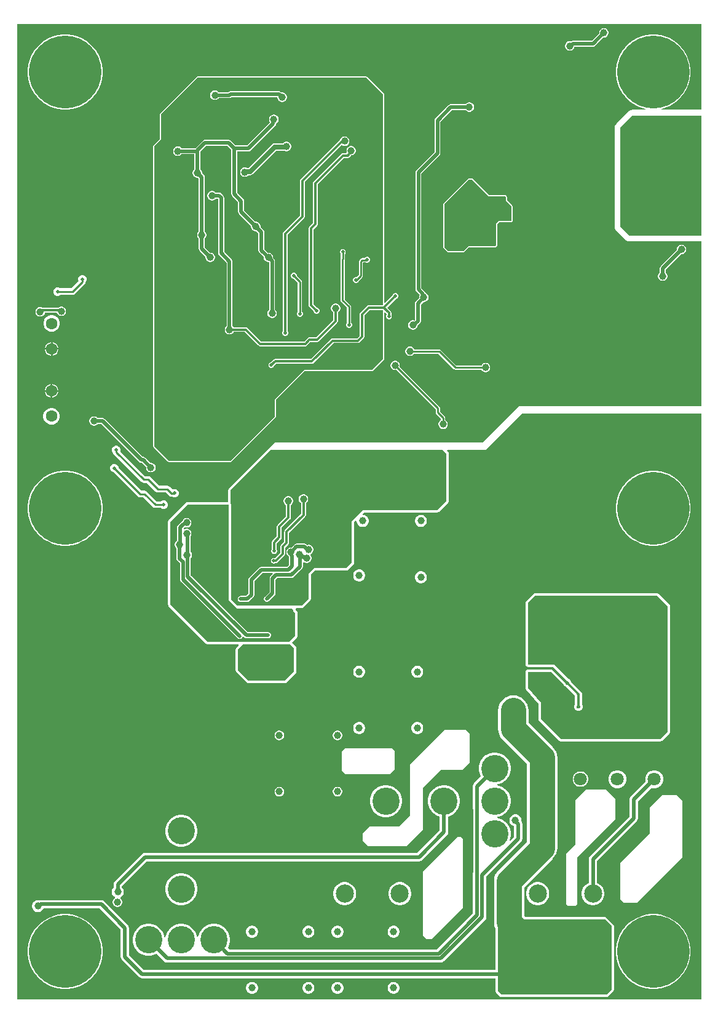
<source format=gbr>
%TF.GenerationSoftware,Altium Limited,Altium Designer,22.1.2 (22)*%
G04 Layer_Physical_Order=2*
G04 Layer_Color=16711680*
%FSLAX45Y45*%
%MOMM*%
%TF.SameCoordinates,C5451D44-FA68-4CDD-92CA-08ED0B408621*%
%TF.FilePolarity,Positive*%
%TF.FileFunction,Copper,L2,Bot,Signal*%
%TF.Part,Single*%
G01*
G75*
%TA.AperFunction,Conductor*%
%ADD71C,0.35000*%
%ADD72C,0.25000*%
%ADD73C,0.50000*%
%ADD74C,0.70000*%
%ADD77C,3.50000*%
%ADD79C,0.25400*%
%TA.AperFunction,ComponentPad*%
%ADD86C,3.75000*%
%ADD87C,1.80000*%
%TA.AperFunction,ViaPad*%
%ADD88C,10.00000*%
%TA.AperFunction,ComponentPad*%
%ADD89C,1.60000*%
%ADD90C,2.50000*%
%TA.AperFunction,ViaPad*%
%ADD91C,0.50800*%
%ADD92C,1.00000*%
%TA.AperFunction,TestPad*%
%ADD93C,1.00000*%
%ADD94C,0.50800*%
%TA.AperFunction,ViaPad*%
%ADD95C,2.00000*%
G36*
X9461155Y12280690D02*
X8911528D01*
X8909522Y12295930D01*
X8965974Y12311057D01*
X9028374Y12336904D01*
X9086866Y12370674D01*
X9140450Y12411791D01*
X9188209Y12459550D01*
X9229326Y12513134D01*
X9263096Y12571626D01*
X9288943Y12634026D01*
X9306424Y12699266D01*
X9315240Y12766229D01*
Y12833771D01*
X9306424Y12900734D01*
X9288943Y12965974D01*
X9263096Y13028374D01*
X9229326Y13086867D01*
X9188209Y13140450D01*
X9140450Y13188210D01*
X9086866Y13229326D01*
X9028374Y13263097D01*
X8965974Y13288943D01*
X8900734Y13306424D01*
X8833770Y13315240D01*
X8766229D01*
X8699266Y13306424D01*
X8634026Y13288943D01*
X8571626Y13263097D01*
X8513134Y13229326D01*
X8459550Y13188210D01*
X8411791Y13140450D01*
X8370674Y13086867D01*
X8336904Y13028374D01*
X8311057Y12965974D01*
X8293576Y12900734D01*
X8284760Y12833771D01*
Y12766229D01*
X8293576Y12699266D01*
X8311057Y12634026D01*
X8336904Y12571626D01*
X8370674Y12513134D01*
X8411791Y12459550D01*
X8459550Y12411791D01*
X8513134Y12370674D01*
X8571626Y12336904D01*
X8634026Y12311057D01*
X8690478Y12295930D01*
X8688472Y12280690D01*
X8513655D01*
X8492771Y12277941D01*
X8473310Y12269880D01*
X8456598Y12257057D01*
X8292943Y12093402D01*
X8280120Y12076690D01*
X8272059Y12057229D01*
X8269310Y12036345D01*
Y10675000D01*
X8272059Y10654116D01*
X8280120Y10634655D01*
X8292943Y10617943D01*
X8417943Y10492943D01*
X8434655Y10480120D01*
X8454116Y10472059D01*
X8475000Y10469310D01*
X9461155D01*
Y8200000D01*
X6950000Y8200000D01*
X6450000Y7700000D01*
X3590000D01*
X3521305Y7631305D01*
X3517358Y7630520D01*
X3506641Y7623359D01*
X2957229Y7073947D01*
X2950068Y7063230D01*
X2947553Y7050588D01*
Y6883035D01*
X2387500D01*
X2374858Y6880520D01*
X2364141Y6873359D01*
X2126641Y6635859D01*
X2119480Y6625142D01*
X2116965Y6612500D01*
Y5475000D01*
X2119480Y5462358D01*
X2126641Y5451641D01*
X2641640Y4936641D01*
X2652357Y4929480D01*
X2664999Y4926966D01*
X3085336D01*
X3091168Y4912886D01*
X3059142Y4880859D01*
X3059141Y4880858D01*
X3051980Y4870141D01*
X3049465Y4857499D01*
Y4567499D01*
X3051980Y4554857D01*
X3059141Y4544140D01*
X3059142Y4544140D01*
X3201641Y4401641D01*
X3212358Y4394480D01*
X3225000Y4391965D01*
X3724999D01*
X3737641Y4394480D01*
X3748359Y4401641D01*
X3748359Y4401642D01*
X3873359Y4526641D01*
X3880520Y4537358D01*
X3883035Y4550000D01*
Y4875000D01*
X3880520Y4887642D01*
X3873359Y4898359D01*
X3823359Y4948359D01*
X3822617Y4955898D01*
X3890859Y5024141D01*
X3898020Y5034858D01*
X3900535Y5047500D01*
X3900535Y5362500D01*
X3898020Y5375142D01*
X3890859Y5385859D01*
X3877800Y5398919D01*
Y5401497D01*
X3874599Y5409225D01*
X3884782Y5424465D01*
X3957500D01*
X3970142Y5426980D01*
X3980859Y5434141D01*
X4075859Y5529141D01*
X4083020Y5539858D01*
X4085535Y5552500D01*
Y5889454D01*
X4139537Y5942544D01*
X4574705Y5941732D01*
X4574736Y5941738D01*
X4574767Y5941732D01*
X4581008Y5942974D01*
X4587352Y5944223D01*
X4587378Y5944241D01*
X4587409Y5944247D01*
X4592714Y5947792D01*
X4598082Y5951365D01*
X4598100Y5951391D01*
X4598126Y5951408D01*
X4673359Y6026640D01*
X4680520Y6037357D01*
X4683035Y6050000D01*
X4683035Y6610206D01*
X4702360Y6629718D01*
X4717600Y6623448D01*
Y6614152D01*
X4723216Y6593195D01*
X4734064Y6574405D01*
X4749405Y6559064D01*
X4768195Y6548216D01*
X4789152Y6542600D01*
X4810848D01*
X4831805Y6548216D01*
X4850595Y6559064D01*
X4865936Y6574405D01*
X4876785Y6593195D01*
X4882400Y6614152D01*
Y6635848D01*
X4876785Y6656805D01*
X4865936Y6675595D01*
X4850595Y6690936D01*
X4831805Y6701784D01*
X4810848Y6707400D01*
X4800752D01*
X4794397Y6722640D01*
X4813538Y6741965D01*
X5825000D01*
X5837642Y6744480D01*
X5848359Y6751641D01*
X5848360Y6751642D01*
X5973359Y6876641D01*
X5980520Y6887358D01*
X5983035Y6900000D01*
X5983035Y7550000D01*
X5980520Y7562642D01*
X5973359Y7573359D01*
X5960798Y7585920D01*
X5966630Y7600000D01*
X6490000D01*
X6990000Y8100000D01*
X9461155D01*
Y38845D01*
X38845D01*
Y13461154D01*
X9461155Y13461156D01*
Y12280690D01*
D02*
G37*
G36*
Y10550000D02*
X8475000D01*
X8350000Y10675000D01*
Y12036345D01*
X8513655Y12200000D01*
X9461155D01*
Y10550000D01*
D02*
G37*
G36*
X5950000Y7550000D02*
X5950000Y6900000D01*
X5825000Y6775000D01*
X4799762D01*
X4650000Y6623797D01*
X4650000Y6050000D01*
X4574767Y5974767D01*
X4126044Y5975604D01*
X4052500Y5903303D01*
Y5552500D01*
X3957500Y5457500D01*
X3073244D01*
X2983035Y5547709D01*
Y6850000D01*
X2980588Y6862302D01*
Y7050588D01*
X3530000Y7600000D01*
X5900000D01*
X5950000Y7550000D01*
D02*
G37*
G36*
X2950000Y5534025D02*
X3062013Y5422013D01*
X3807988D01*
X3867500Y5362500D01*
X3867500Y5047500D01*
X3780001Y4960000D01*
X3152500Y4960000D01*
X2664999D01*
X2150000Y5475000D01*
Y6612500D01*
X2387500Y6850000D01*
X2950000D01*
Y5534025D01*
D02*
G37*
G36*
X3850000Y4875000D02*
Y4550000D01*
X3724999Y4425000D01*
X3225000D01*
X3082500Y4567499D01*
Y4857499D01*
X3150000Y4925000D01*
X3800000D01*
X3850000Y4875000D01*
D02*
G37*
%LPC*%
G36*
X8128589Y13405240D02*
X8111411D01*
X8094818Y13400793D01*
X8079942Y13392204D01*
X8067795Y13380058D01*
X8059206Y13365182D01*
X8054760Y13348589D01*
Y13332784D01*
X7953006Y13231029D01*
X7693530D01*
X7677829Y13227905D01*
X7669475Y13222324D01*
X7658589Y13225240D01*
X7641411D01*
X7624818Y13220795D01*
X7609942Y13212206D01*
X7597795Y13200058D01*
X7589206Y13185182D01*
X7584760Y13168588D01*
Y13151411D01*
X7589206Y13134819D01*
X7597795Y13119942D01*
X7609942Y13107796D01*
X7624818Y13099207D01*
X7641411Y13094760D01*
X7658589D01*
X7675182Y13099207D01*
X7690058Y13107796D01*
X7702205Y13119942D01*
X7710794Y13134819D01*
X7714586Y13148972D01*
X7970000D01*
X7985701Y13152095D01*
X7999011Y13160989D01*
X8112783Y13274760D01*
X8128589D01*
X8145182Y13279205D01*
X8160058Y13287794D01*
X8172205Y13299942D01*
X8180794Y13314818D01*
X8185240Y13331412D01*
Y13348589D01*
X8180794Y13365182D01*
X8172205Y13380058D01*
X8160058Y13392204D01*
X8145182Y13400793D01*
X8128589Y13405240D01*
D02*
G37*
G36*
X733771Y13315240D02*
X666230D01*
X599266Y13306424D01*
X534026Y13288943D01*
X471626Y13263097D01*
X413134Y13229326D01*
X359550Y13188210D01*
X311791Y13140450D01*
X270674Y13086867D01*
X236904Y13028374D01*
X211057Y12965974D01*
X193576Y12900734D01*
X184760Y12833771D01*
Y12766229D01*
X193576Y12699266D01*
X211057Y12634026D01*
X236904Y12571626D01*
X270674Y12513134D01*
X311791Y12459550D01*
X359550Y12411791D01*
X413134Y12370674D01*
X471626Y12336904D01*
X534026Y12311057D01*
X599266Y12293576D01*
X666230Y12284760D01*
X733771D01*
X800734Y12293576D01*
X865974Y12311057D01*
X928374Y12336904D01*
X986866Y12370674D01*
X1040451Y12411791D01*
X1088209Y12459550D01*
X1129326Y12513134D01*
X1163096Y12571626D01*
X1188944Y12634026D01*
X1206424Y12699266D01*
X1215240Y12766229D01*
Y12833771D01*
X1206424Y12900734D01*
X1188944Y12965974D01*
X1163096Y13028374D01*
X1129326Y13086867D01*
X1088209Y13140450D01*
X1040451Y13188210D01*
X986866Y13229326D01*
X928374Y13263097D01*
X865974Y13288943D01*
X800734Y13306424D01*
X733771Y13315240D01*
D02*
G37*
G36*
X6276089Y12382740D02*
X6258911D01*
X6242318Y12378294D01*
X6227442Y12369705D01*
X6216265Y12358528D01*
X6010000D01*
X5994299Y12355405D01*
X5980988Y12346511D01*
X5798922Y12164445D01*
X5790028Y12151134D01*
X5786905Y12135433D01*
Y11699927D01*
X5535989Y11449011D01*
X5527095Y11435701D01*
X5523972Y11420000D01*
Y9808530D01*
X5527095Y9792829D01*
X5535989Y9779519D01*
X5583276Y9732231D01*
X5579206Y9725181D01*
X5574760Y9708589D01*
Y9692783D01*
X5530989Y9649011D01*
X5522095Y9635701D01*
X5518972Y9620000D01*
Y9392994D01*
X5507190Y9382935D01*
X5498589Y9385240D01*
X5481411D01*
X5464818Y9380794D01*
X5449942Y9372205D01*
X5437795Y9360058D01*
X5429206Y9345181D01*
X5424760Y9328589D01*
Y9311411D01*
X5429206Y9294818D01*
X5437795Y9279942D01*
X5449942Y9267795D01*
X5464818Y9259206D01*
X5481411Y9254760D01*
X5498589D01*
X5515182Y9259206D01*
X5530058Y9267795D01*
X5542205Y9279942D01*
X5550794Y9294818D01*
X5555240Y9311411D01*
Y9312994D01*
X5559722Y9315989D01*
X5589011Y9345278D01*
X5597905Y9358589D01*
X5601028Y9374290D01*
Y9603006D01*
X5632783Y9634760D01*
X5648589D01*
X5665181Y9639206D01*
X5680058Y9647795D01*
X5692205Y9659942D01*
X5700794Y9674818D01*
X5705240Y9691411D01*
Y9708589D01*
X5700794Y9725181D01*
X5692205Y9740058D01*
X5680058Y9752205D01*
X5668149Y9759080D01*
X5659445Y9772108D01*
X5606028Y9825524D01*
Y11403006D01*
X5856944Y11653922D01*
X5865838Y11667232D01*
X5868961Y11682933D01*
Y12118439D01*
X6026994Y12276472D01*
X6216265D01*
X6227442Y12265295D01*
X6242318Y12256706D01*
X6258911Y12252260D01*
X6276089D01*
X6292682Y12256706D01*
X6307558Y12265295D01*
X6319705Y12277442D01*
X6328294Y12292318D01*
X6332740Y12308911D01*
Y12326089D01*
X6328294Y12342681D01*
X6319705Y12357558D01*
X6307558Y12369705D01*
X6292682Y12378294D01*
X6276089Y12382740D01*
D02*
G37*
G36*
X6305000Y11338996D02*
X6267500D01*
X6261737Y11336609D01*
X6255943Y11334271D01*
X5915943Y11000452D01*
X5915911Y11000377D01*
X5915836Y11000346D01*
X5913448Y10994582D01*
X5911005Y10988833D01*
X5911035Y10988757D01*
X5911004Y10988682D01*
Y10385000D01*
X5915836Y10373336D01*
X5963336Y10325836D01*
X5975000Y10321004D01*
X6187500D01*
X6199164Y10325836D01*
X6259332Y10386004D01*
X6615000D01*
X6626664Y10390836D01*
X6649164Y10413336D01*
X6653996Y10425000D01*
Y10710667D01*
X6681833Y10738504D01*
X6845000D01*
X6856664Y10743336D01*
X6861496Y10755000D01*
Y10952500D01*
X6856664Y10964164D01*
X6783996Y11036832D01*
Y11085971D01*
X6783977Y11086016D01*
X6783995Y11086060D01*
X6781567Y11091836D01*
X6779164Y11097635D01*
X6779120Y11097653D01*
X6779102Y11097698D01*
X6770073Y11106630D01*
X6770029Y11106648D01*
X6770010Y11106692D01*
X6764192Y11109029D01*
X6758383Y11111398D01*
X6758339Y11111380D01*
X6758294Y11111398D01*
X6541759Y11109069D01*
X6316664Y11334164D01*
X6305000Y11338996D01*
D02*
G37*
G36*
X9198589Y10425240D02*
X9181411D01*
X9164818Y10420794D01*
X9149942Y10412205D01*
X9137795Y10400058D01*
X9129206Y10385182D01*
X9124760Y10368589D01*
Y10352783D01*
X8901686Y10129709D01*
X8892792Y10116399D01*
X8889669Y10100698D01*
Y10044434D01*
X8878493Y10033257D01*
X8869904Y10018381D01*
X8865458Y10001788D01*
Y9984610D01*
X8869904Y9968017D01*
X8878493Y9953141D01*
X8890640Y9940994D01*
X8905516Y9932405D01*
X8922109Y9927959D01*
X8939287D01*
X8955879Y9932405D01*
X8970756Y9940994D01*
X8982903Y9953141D01*
X8991492Y9968017D01*
X8995938Y9984610D01*
Y10001788D01*
X8991492Y10018381D01*
X8982903Y10033257D01*
X8971726Y10044434D01*
Y10083703D01*
X9182783Y10294760D01*
X9198589D01*
X9215181Y10299206D01*
X9230058Y10307795D01*
X9242205Y10319942D01*
X9250794Y10334819D01*
X9255240Y10351411D01*
Y10368589D01*
X9250794Y10385182D01*
X9242205Y10400058D01*
X9230058Y10412205D01*
X9215181Y10420794D01*
X9198589Y10425240D01*
D02*
G37*
G36*
X948997Y10007800D02*
X926003D01*
X904759Y9999000D01*
X888500Y9982741D01*
X879700Y9961497D01*
Y9938503D01*
X884466Y9926997D01*
X785953Y9828484D01*
X628258D01*
X627741Y9829000D01*
X606497Y9837800D01*
X583503D01*
X562259Y9829000D01*
X546000Y9812741D01*
X537200Y9791497D01*
Y9768503D01*
X546000Y9747259D01*
X562259Y9731000D01*
X583503Y9722200D01*
X606497D01*
X627741Y9731000D01*
X633258Y9736516D01*
X805000D01*
X822597Y9740017D01*
X837515Y9749985D01*
X968014Y9880484D01*
X977982Y9895402D01*
X981294Y9912053D01*
X986500Y9917259D01*
X995300Y9938503D01*
Y9961497D01*
X986500Y9982741D01*
X970241Y9999000D01*
X948997Y10007800D01*
D02*
G37*
G36*
X656089Y9575240D02*
X638911D01*
X622319Y9570794D01*
X607442Y9562205D01*
X606118Y9560881D01*
X400089D01*
X390250Y9558924D01*
X382681Y9563294D01*
X366089Y9567740D01*
X348911D01*
X332318Y9563294D01*
X317442Y9554705D01*
X305295Y9542558D01*
X296706Y9527681D01*
X292260Y9511089D01*
Y9493911D01*
X296706Y9477318D01*
X305295Y9462442D01*
X317442Y9450295D01*
X332318Y9441706D01*
X348911Y9437260D01*
X366089D01*
X382681Y9441706D01*
X397558Y9450295D01*
X409705Y9462442D01*
X418294Y9477318D01*
X422740Y9493911D01*
Y9494119D01*
X584214D01*
X586706Y9484818D01*
X595295Y9469942D01*
X607442Y9457795D01*
X622319Y9449206D01*
X638911Y9444760D01*
X656089D01*
X672682Y9449206D01*
X687558Y9457795D01*
X699705Y9469942D01*
X708294Y9484818D01*
X712740Y9501411D01*
Y9518589D01*
X708294Y9535182D01*
X699705Y9550058D01*
X687558Y9562205D01*
X672682Y9570794D01*
X656089Y9575240D01*
D02*
G37*
G36*
X4850000Y12741495D02*
X2525000D01*
X2513336Y12736664D01*
X2013336Y12236664D01*
X2008504Y12225000D01*
Y11881833D01*
X1913336Y11786664D01*
X1913333Y11786659D01*
X1913327Y11786656D01*
X1910873Y11780718D01*
X1908504Y11775000D01*
X1908507Y11774994D01*
X1908504Y11774988D01*
X1911004Y8262488D01*
Y7650168D01*
X1915836Y7638504D01*
X2116004Y7438336D01*
X2127668Y7433504D01*
X2975000D01*
X2986664Y7438336D01*
X3596664Y8048336D01*
X3601496Y8060000D01*
Y8288168D01*
X3996832Y8683504D01*
X4925000D01*
X4936664Y8688336D01*
X5086664Y8838336D01*
X5091496Y8850000D01*
Y9491384D01*
X5105576Y9497216D01*
X5126619Y9476173D01*
Y9464093D01*
X5125547Y9463021D01*
X5119360Y9448084D01*
Y9431916D01*
X5125547Y9416979D01*
X5136979Y9405547D01*
X5151916Y9399360D01*
X5168084D01*
X5183021Y9405547D01*
X5194453Y9416979D01*
X5200640Y9431916D01*
Y9448084D01*
X5194453Y9463021D01*
X5193381Y9464093D01*
Y9490000D01*
X5190840Y9502774D01*
X5183604Y9513604D01*
X5137208Y9560000D01*
X5256568Y9679360D01*
X5258084D01*
X5273021Y9685547D01*
X5284453Y9696979D01*
X5290640Y9711916D01*
Y9728084D01*
X5284453Y9743021D01*
X5273021Y9754453D01*
X5258084Y9760640D01*
X5241916D01*
X5226979Y9754453D01*
X5215547Y9743021D01*
X5209360Y9728084D01*
Y9726568D01*
X5105576Y9622784D01*
X5091496Y9628616D01*
Y10837947D01*
X5093140Y10841916D01*
Y10858084D01*
X5091496Y10862053D01*
Y10952947D01*
X5093140Y10956916D01*
Y10973084D01*
X5091496Y10977053D01*
Y11067947D01*
X5093140Y11071916D01*
Y11088084D01*
X5091496Y11092053D01*
Y11182947D01*
X5093140Y11186916D01*
Y11203084D01*
X5091496Y11207053D01*
Y12499999D01*
X5086664Y12511664D01*
X4861664Y12736664D01*
X4850000Y12741495D01*
D02*
G37*
G36*
X529798Y9454900D02*
X500202D01*
X471615Y9447240D01*
X445985Y9432442D01*
X425058Y9411515D01*
X410260Y9385885D01*
X402600Y9357298D01*
Y9327702D01*
X410260Y9299115D01*
X425058Y9273485D01*
X445985Y9252558D01*
X471615Y9237760D01*
X500202Y9230100D01*
X529798D01*
X558385Y9237760D01*
X584015Y9252558D01*
X604942Y9273485D01*
X619740Y9299115D01*
X627400Y9327702D01*
Y9357298D01*
X619740Y9385885D01*
X604942Y9411515D01*
X584015Y9432442D01*
X558385Y9447240D01*
X529798Y9454900D01*
D02*
G37*
G36*
X527700Y9085067D02*
Y9005199D01*
X607567D01*
X601382Y9028281D01*
X589178Y9049419D01*
X571919Y9066679D01*
X550781Y9078883D01*
X527700Y9085067D01*
D02*
G37*
G36*
X502300D02*
X479219Y9078883D01*
X458081Y9066679D01*
X440822Y9049419D01*
X428618Y9028281D01*
X422433Y9005199D01*
X502300D01*
Y9085067D01*
D02*
G37*
G36*
Y8979799D02*
X422433D01*
X428618Y8956719D01*
X440822Y8935581D01*
X458081Y8918322D01*
X479219Y8906118D01*
X502300Y8899933D01*
Y8979799D01*
D02*
G37*
G36*
X607567D02*
X527700D01*
Y8899933D01*
X550781Y8906118D01*
X571919Y8918322D01*
X589178Y8935581D01*
X601382Y8956719D01*
X607567Y8979799D01*
D02*
G37*
G36*
X5458589Y9025240D02*
X5441411D01*
X5424818Y9020794D01*
X5409942Y9012205D01*
X5397795Y9000058D01*
X5389206Y8985182D01*
X5384760Y8968589D01*
Y8951411D01*
X5389206Y8934819D01*
X5397795Y8919942D01*
X5409942Y8907795D01*
X5424818Y8899206D01*
X5441411Y8894760D01*
X5458589D01*
X5475182Y8899206D01*
X5490058Y8907795D01*
X5502205Y8919942D01*
X5506116Y8926717D01*
X5843284D01*
X6055000Y8715001D01*
X6064176Y8708870D01*
X6075000Y8706716D01*
X6075001Y8706717D01*
X6430997D01*
X6437795Y8694942D01*
X6449942Y8682795D01*
X6464818Y8674206D01*
X6481411Y8669760D01*
X6498589D01*
X6515182Y8674206D01*
X6530058Y8682795D01*
X6542205Y8694942D01*
X6550794Y8709818D01*
X6555240Y8726411D01*
Y8743589D01*
X6550794Y8760182D01*
X6542205Y8775058D01*
X6530058Y8787205D01*
X6515182Y8795794D01*
X6498589Y8800240D01*
X6481411D01*
X6464818Y8795794D01*
X6449942Y8787205D01*
X6437795Y8775058D01*
X6430997Y8763283D01*
X6086715D01*
X5874999Y8975000D01*
X5865823Y8981131D01*
X5855000Y8983284D01*
X5511302D01*
X5510794Y8985182D01*
X5502205Y9000058D01*
X5490058Y9012205D01*
X5475182Y9020794D01*
X5458589Y9025240D01*
D02*
G37*
G36*
X525200Y8507566D02*
Y8427700D01*
X605067D01*
X598882Y8450780D01*
X586678Y8471919D01*
X569419Y8489178D01*
X548281Y8501382D01*
X525200Y8507566D01*
D02*
G37*
G36*
X499800Y8507567D02*
X476719Y8501382D01*
X455581Y8489178D01*
X438321Y8471919D01*
X426118Y8450780D01*
X419933Y8427700D01*
X499800D01*
Y8507567D01*
D02*
G37*
G36*
X605067Y8402300D02*
X525200D01*
Y8322433D01*
X548281Y8328617D01*
X569419Y8340821D01*
X586678Y8358081D01*
X598882Y8379219D01*
X605067Y8402300D01*
D02*
G37*
G36*
X499800D02*
X419933D01*
X426118Y8379219D01*
X438321Y8358081D01*
X455581Y8340821D01*
X476719Y8328617D01*
X499800Y8322433D01*
Y8402300D01*
D02*
G37*
G36*
X527298Y8177400D02*
X497702D01*
X469115Y8169740D01*
X443485Y8154942D01*
X422558Y8134015D01*
X407760Y8108385D01*
X400100Y8079798D01*
Y8050202D01*
X407760Y8021615D01*
X422558Y7995985D01*
X443485Y7975058D01*
X469115Y7960260D01*
X497702Y7952600D01*
X527298D01*
X555885Y7960260D01*
X581515Y7975058D01*
X602442Y7995985D01*
X617240Y8021615D01*
X624900Y8050202D01*
Y8079798D01*
X617240Y8108385D01*
X602442Y8134015D01*
X581515Y8154942D01*
X555885Y8169740D01*
X527298Y8177400D01*
D02*
G37*
G36*
X5253589Y8830240D02*
X5236411D01*
X5219818Y8825794D01*
X5204942Y8817205D01*
X5192795Y8805058D01*
X5184206Y8790182D01*
X5179760Y8773589D01*
Y8756411D01*
X5184206Y8739818D01*
X5192795Y8724942D01*
X5204942Y8712795D01*
X5219818Y8704206D01*
X5236411Y8699760D01*
X5253589D01*
X5266722Y8703279D01*
X5806717Y8163284D01*
Y8115000D01*
X5808870Y8104176D01*
X5815001Y8095001D01*
X5876717Y8033285D01*
Y8014003D01*
X5864942Y8007205D01*
X5852795Y7995058D01*
X5844206Y7980182D01*
X5839760Y7963589D01*
Y7946411D01*
X5844206Y7929819D01*
X5852795Y7914942D01*
X5864942Y7902795D01*
X5879819Y7894206D01*
X5896411Y7889760D01*
X5913589D01*
X5930182Y7894206D01*
X5945058Y7902795D01*
X5957205Y7914942D01*
X5965794Y7929819D01*
X5970240Y7946411D01*
Y7963589D01*
X5965794Y7980182D01*
X5957205Y7995058D01*
X5945058Y8007205D01*
X5933284Y8014003D01*
Y8044999D01*
X5933284Y8045000D01*
X5931131Y8055823D01*
X5925000Y8064999D01*
X5924999Y8065000D01*
X5863283Y8126716D01*
Y8174999D01*
X5863284Y8175000D01*
X5861131Y8185824D01*
X5854999Y8194999D01*
X5306721Y8743278D01*
X5310240Y8756411D01*
Y8773589D01*
X5305794Y8790182D01*
X5297205Y8805058D01*
X5285058Y8817205D01*
X5270181Y8825794D01*
X5253589Y8830240D01*
D02*
G37*
G36*
X1108536Y8064047D02*
X1091358D01*
X1074766Y8059601D01*
X1059889Y8051012D01*
X1047742Y8038865D01*
X1039153Y8023989D01*
X1034707Y8007396D01*
Y7990218D01*
X1039153Y7973626D01*
X1047742Y7958749D01*
X1059889Y7946602D01*
X1074766Y7938013D01*
X1091358Y7933567D01*
X1108536D01*
X1125129Y7938013D01*
X1140005Y7946602D01*
X1151182Y7957779D01*
X1200122D01*
X1721912Y7435988D01*
X1735223Y7427095D01*
X1750924Y7423971D01*
X1758926D01*
X1816157Y7366739D01*
Y7350933D01*
X1820603Y7334341D01*
X1829192Y7319464D01*
X1841339Y7307318D01*
X1856216Y7298729D01*
X1872808Y7294283D01*
X1889986D01*
X1906579Y7298729D01*
X1921455Y7307318D01*
X1933602Y7319464D01*
X1942191Y7334341D01*
X1946637Y7350933D01*
Y7368112D01*
X1942191Y7384704D01*
X1933602Y7399581D01*
X1921455Y7411727D01*
X1906579Y7420316D01*
X1889986Y7424762D01*
X1874180D01*
X1804931Y7494011D01*
X1791621Y7502905D01*
X1775920Y7506028D01*
X1767918D01*
X1246128Y8027819D01*
X1232817Y8036712D01*
X1217116Y8039836D01*
X1151182D01*
X1140005Y8051012D01*
X1125129Y8059601D01*
X1108536Y8064047D01*
D02*
G37*
G36*
X1413737Y7657980D02*
X1390743D01*
X1369499Y7649180D01*
X1353239Y7632921D01*
X1344440Y7611677D01*
Y7588683D01*
X1353239Y7567439D01*
X1363069Y7557609D01*
X1364857Y7548619D01*
X1374781Y7533767D01*
X1748659Y7159889D01*
X1763511Y7149965D01*
X1781030Y7146480D01*
X1828520D01*
X1944871Y7030129D01*
X1959723Y7020205D01*
X1977242Y7016721D01*
X2090948D01*
X2136516Y6971153D01*
X2136516Y6971152D01*
X2151368Y6961229D01*
X2168887Y6957744D01*
X2168889Y6957744D01*
X2177823D01*
X2178072Y6957495D01*
X2199316Y6948696D01*
X2222310D01*
X2243554Y6957495D01*
X2259814Y6973755D01*
X2268613Y6994999D01*
Y7017993D01*
X2259814Y7039237D01*
X2243554Y7055496D01*
X2222310Y7064296D01*
X2199316D01*
X2180607Y7056546D01*
X2142282Y7094871D01*
X2127430Y7104795D01*
X2109911Y7108279D01*
X1996205D01*
X1879853Y7224631D01*
X1865002Y7234554D01*
X1847482Y7238039D01*
X1799993D01*
X1456909Y7581124D01*
X1460040Y7588683D01*
Y7611677D01*
X1451240Y7632921D01*
X1434981Y7649180D01*
X1413737Y7657980D01*
D02*
G37*
G36*
X1388095Y7410424D02*
X1365101D01*
X1343857Y7401624D01*
X1327598Y7385365D01*
X1318798Y7364121D01*
Y7341127D01*
X1327598Y7319882D01*
X1343857Y7303623D01*
X1365101Y7294824D01*
X1369656D01*
X1701851Y6962629D01*
X1716702Y6952705D01*
X1734222Y6949221D01*
X1776104D01*
X1908967Y6816357D01*
X1923819Y6806434D01*
X1941338Y6802949D01*
X2020309D01*
X2024759Y6798499D01*
X2046003Y6789700D01*
X2068997D01*
X2090241Y6798499D01*
X2106500Y6814759D01*
X2115300Y6836003D01*
Y6858997D01*
X2106500Y6880241D01*
X2090241Y6896500D01*
X2068997Y6905300D01*
X2046003D01*
X2024759Y6896500D01*
X2022767Y6894508D01*
X1960300D01*
X1827437Y7027371D01*
X1812585Y7037295D01*
X1795066Y7040779D01*
X1753184D01*
X1434398Y7359566D01*
Y7364121D01*
X1425598Y7385365D01*
X1409339Y7401624D01*
X1388095Y7410424D01*
D02*
G37*
G36*
X5610848Y6707400D02*
X5589152D01*
X5568195Y6701784D01*
X5549405Y6690936D01*
X5534064Y6675595D01*
X5523216Y6656805D01*
X5517600Y6635848D01*
Y6614152D01*
X5523216Y6593195D01*
X5534064Y6574405D01*
X5549405Y6559064D01*
X5568195Y6548216D01*
X5589152Y6542600D01*
X5610848D01*
X5631805Y6548216D01*
X5650595Y6559064D01*
X5665936Y6574405D01*
X5676784Y6593195D01*
X5682400Y6614152D01*
Y6635848D01*
X5676784Y6656805D01*
X5665936Y6675595D01*
X5650595Y6690936D01*
X5631805Y6701784D01*
X5610848Y6707400D01*
D02*
G37*
G36*
X8833771Y7315240D02*
X8766230D01*
X8699266Y7306424D01*
X8634026Y7288944D01*
X8571626Y7263096D01*
X8513134Y7229326D01*
X8459550Y7188209D01*
X8411791Y7140451D01*
X8370674Y7086866D01*
X8336904Y7028374D01*
X8311057Y6965974D01*
X8293576Y6900734D01*
X8284760Y6833771D01*
Y6766230D01*
X8293576Y6699266D01*
X8311057Y6634026D01*
X8336904Y6571626D01*
X8370674Y6513134D01*
X8411791Y6459550D01*
X8459550Y6411791D01*
X8513134Y6370674D01*
X8571626Y6336904D01*
X8634026Y6311057D01*
X8699266Y6293576D01*
X8766230Y6284760D01*
X8833771D01*
X8900734Y6293576D01*
X8965974Y6311057D01*
X9028374Y6336904D01*
X9086867Y6370674D01*
X9140451Y6411791D01*
X9188209Y6459550D01*
X9229326Y6513134D01*
X9263097Y6571626D01*
X9288944Y6634026D01*
X9306424Y6699266D01*
X9315240Y6766230D01*
Y6833771D01*
X9306424Y6900734D01*
X9288944Y6965974D01*
X9263097Y7028374D01*
X9229326Y7086866D01*
X9188209Y7140451D01*
X9140451Y7188209D01*
X9086867Y7229326D01*
X9028374Y7263096D01*
X8965974Y7288944D01*
X8900734Y7306424D01*
X8833771Y7315240D01*
D02*
G37*
G36*
X733771D02*
X666230D01*
X599266Y7306424D01*
X534026Y7288944D01*
X471626Y7263096D01*
X413134Y7229326D01*
X359550Y7188209D01*
X311791Y7140451D01*
X270674Y7086866D01*
X236904Y7028374D01*
X211057Y6965974D01*
X193576Y6900734D01*
X184760Y6833771D01*
Y6766230D01*
X193576Y6699266D01*
X211057Y6634026D01*
X236904Y6571626D01*
X270674Y6513134D01*
X311791Y6459550D01*
X359550Y6411791D01*
X413134Y6370674D01*
X471626Y6336904D01*
X534026Y6311057D01*
X599266Y6293576D01*
X666230Y6284760D01*
X733771D01*
X800734Y6293576D01*
X865974Y6311057D01*
X928374Y6336904D01*
X986866Y6370674D01*
X1040451Y6411791D01*
X1088209Y6459550D01*
X1129326Y6513134D01*
X1163096Y6571626D01*
X1188944Y6634026D01*
X1206424Y6699266D01*
X1215240Y6766230D01*
Y6833771D01*
X1206424Y6900734D01*
X1188944Y6965974D01*
X1163096Y7028374D01*
X1129326Y7086866D01*
X1088209Y7140451D01*
X1040451Y7188209D01*
X986866Y7229326D01*
X928374Y7263096D01*
X865974Y7288944D01*
X800734Y7306424D01*
X733771Y7315240D01*
D02*
G37*
G36*
X4760848Y5957400D02*
X4739152D01*
X4718195Y5951784D01*
X4699405Y5940936D01*
X4684064Y5925595D01*
X4673216Y5906805D01*
X4667600Y5885848D01*
Y5864152D01*
X4673216Y5843195D01*
X4684064Y5824405D01*
X4699405Y5809064D01*
X4718195Y5798215D01*
X4739152Y5792600D01*
X4760848D01*
X4781805Y5798215D01*
X4800595Y5809064D01*
X4815937Y5824405D01*
X4826785Y5843195D01*
X4832400Y5864152D01*
Y5885848D01*
X4826785Y5906805D01*
X4815937Y5925595D01*
X4800595Y5940936D01*
X4781805Y5951784D01*
X4760848Y5957400D01*
D02*
G37*
G36*
X5610848Y5932400D02*
X5589152D01*
X5568195Y5926784D01*
X5549405Y5915936D01*
X5534064Y5900595D01*
X5523216Y5881805D01*
X5517600Y5860848D01*
Y5839152D01*
X5523216Y5818195D01*
X5534064Y5799405D01*
X5549405Y5784064D01*
X5568195Y5773216D01*
X5589152Y5767600D01*
X5610848D01*
X5631805Y5773216D01*
X5650595Y5784064D01*
X5665936Y5799405D01*
X5676784Y5818195D01*
X5682400Y5839152D01*
Y5860848D01*
X5676784Y5881805D01*
X5665936Y5900595D01*
X5650595Y5915936D01*
X5631805Y5926784D01*
X5610848Y5932400D01*
D02*
G37*
G36*
X5560848Y4632400D02*
X5539152D01*
X5518195Y4626784D01*
X5499405Y4615936D01*
X5484064Y4600595D01*
X5473216Y4581805D01*
X5467600Y4560848D01*
Y4539152D01*
X5473216Y4518195D01*
X5484064Y4499405D01*
X5499405Y4484064D01*
X5518195Y4473216D01*
X5539152Y4467600D01*
X5560848D01*
X5581805Y4473216D01*
X5600595Y4484064D01*
X5615936Y4499405D01*
X5626785Y4518195D01*
X5632400Y4539152D01*
Y4560848D01*
X5626785Y4581805D01*
X5615936Y4600595D01*
X5600595Y4615936D01*
X5581805Y4626784D01*
X5560848Y4632400D01*
D02*
G37*
G36*
X4760848D02*
X4739152D01*
X4718195Y4626784D01*
X4699405Y4615936D01*
X4684064Y4600595D01*
X4673216Y4581805D01*
X4667600Y4560848D01*
Y4539152D01*
X4673216Y4518195D01*
X4684064Y4499405D01*
X4699405Y4484064D01*
X4718195Y4473216D01*
X4739152Y4467600D01*
X4760848D01*
X4781805Y4473216D01*
X4800595Y4484064D01*
X4815937Y4499405D01*
X4826785Y4518195D01*
X4832400Y4539152D01*
Y4560848D01*
X4826785Y4581805D01*
X4815937Y4600595D01*
X4800595Y4615936D01*
X4781805Y4626784D01*
X4760848Y4632400D01*
D02*
G37*
G36*
X8850000Y5633035D02*
X7175000D01*
X7162358Y5630520D01*
X7151641Y5623359D01*
X7051640Y5523359D01*
X7044479Y5512641D01*
X7041965Y5499999D01*
X7041965Y4650877D01*
X7044480Y4638236D01*
X7051641Y4627518D01*
X7062358Y4620357D01*
X7075000Y4617843D01*
X7409247D01*
X7419081Y4615887D01*
X7427418Y4610316D01*
X7607670Y4430064D01*
X7618387Y4422903D01*
X7629029Y4418495D01*
X7635995Y4411529D01*
X7640403Y4400887D01*
X7647564Y4390170D01*
X7780316Y4257417D01*
X7785887Y4249081D01*
X7787843Y4239247D01*
Y4098210D01*
X7790358Y4085568D01*
X7794765Y4074926D01*
Y4065074D01*
X7790995Y4055972D01*
X7784029Y4049005D01*
X7774926Y4045235D01*
X7765074D01*
X7755972Y4049005D01*
X7749005Y4055972D01*
X7745235Y4065074D01*
Y4074926D01*
X7749643Y4085568D01*
X7752157Y4098210D01*
Y4221426D01*
X7749643Y4234068D01*
X7742482Y4244785D01*
X7622331Y4364936D01*
X7611613Y4372097D01*
X7600972Y4376505D01*
X7594005Y4383472D01*
X7589597Y4394113D01*
X7582436Y4404831D01*
X7414786Y4572482D01*
X7404068Y4579643D01*
X7391426Y4582157D01*
X7075000D01*
X7062358Y4579643D01*
X7051641Y4572482D01*
X7044480Y4561764D01*
X7041965Y4549122D01*
Y4322254D01*
X7043004Y4317030D01*
X7043681Y4311745D01*
X7044255Y4310743D01*
X7044480Y4309612D01*
X7047440Y4305182D01*
X7050087Y4300560D01*
X7216965Y4108923D01*
X7216965Y3900000D01*
X7219480Y3887358D01*
X7226641Y3876641D01*
X7501641Y3601641D01*
X7512358Y3594480D01*
X7525000Y3591965D01*
X8900000D01*
X8912642Y3594480D01*
X8923359Y3601641D01*
X9023359Y3701641D01*
X9030520Y3712358D01*
X9033035Y3725000D01*
Y5450000D01*
X9030520Y5462642D01*
X9023359Y5473359D01*
X8873359Y5623359D01*
X8862642Y5630520D01*
X8850000Y5633035D01*
D02*
G37*
G36*
X5560848Y3857400D02*
X5539152D01*
X5518195Y3851785D01*
X5499405Y3840936D01*
X5484064Y3825595D01*
X5473216Y3806805D01*
X5467600Y3785848D01*
Y3764152D01*
X5473216Y3743195D01*
X5484064Y3724405D01*
X5499405Y3709064D01*
X5518195Y3698216D01*
X5539152Y3692600D01*
X5560848D01*
X5581805Y3698216D01*
X5600595Y3709064D01*
X5615936Y3724405D01*
X5626785Y3743195D01*
X5632400Y3764152D01*
Y3785848D01*
X5626785Y3806805D01*
X5615936Y3825595D01*
X5600595Y3840936D01*
X5581805Y3851785D01*
X5560848Y3857400D01*
D02*
G37*
G36*
X4760848D02*
X4739152D01*
X4718195Y3851785D01*
X4699405Y3840936D01*
X4684064Y3825595D01*
X4673216Y3806805D01*
X4667600Y3785848D01*
Y3764152D01*
X4673216Y3743195D01*
X4684064Y3724405D01*
X4699405Y3709064D01*
X4718195Y3698216D01*
X4739152Y3692600D01*
X4760848D01*
X4781805Y3698216D01*
X4800595Y3709064D01*
X4815937Y3724405D01*
X4826785Y3743195D01*
X4832400Y3764152D01*
Y3785848D01*
X4826785Y3806805D01*
X4815937Y3825595D01*
X4800595Y3840936D01*
X4781805Y3851785D01*
X4760848Y3857400D01*
D02*
G37*
G36*
X4458589Y3740240D02*
X4441411D01*
X4424818Y3735794D01*
X4409942Y3727205D01*
X4397795Y3715058D01*
X4389206Y3700182D01*
X4384760Y3683589D01*
Y3666411D01*
X4389206Y3649818D01*
X4397795Y3634942D01*
X4409942Y3622795D01*
X4424818Y3614206D01*
X4441411Y3609760D01*
X4458589D01*
X4475182Y3614206D01*
X4490058Y3622795D01*
X4502205Y3634942D01*
X4510794Y3649818D01*
X4515240Y3666411D01*
Y3683589D01*
X4510794Y3700182D01*
X4502205Y3715058D01*
X4490058Y3727205D01*
X4475182Y3735794D01*
X4458589Y3740240D01*
D02*
G37*
G36*
X3658589D02*
X3641411D01*
X3624819Y3735794D01*
X3609942Y3727205D01*
X3597795Y3715058D01*
X3589206Y3700182D01*
X3584760Y3683589D01*
Y3666411D01*
X3589206Y3649818D01*
X3597795Y3634942D01*
X3609942Y3622795D01*
X3624819Y3614206D01*
X3641411Y3609760D01*
X3658589D01*
X3675182Y3614206D01*
X3690058Y3622795D01*
X3702205Y3634942D01*
X3710794Y3649818D01*
X3715240Y3666411D01*
Y3683589D01*
X3710794Y3700182D01*
X3702205Y3715058D01*
X3690058Y3727205D01*
X3675182Y3735794D01*
X3658589Y3740240D01*
D02*
G37*
G36*
X5200000Y3500000D02*
X4560000D01*
X4510000Y3450000D01*
X4510000Y3190000D01*
X4560000Y3140000D01*
X5170000D01*
X5240000Y3210000D01*
Y3460000D01*
X5200000Y3500000D01*
D02*
G37*
G36*
X7810855Y3177740D02*
X7783145D01*
X7756379Y3170568D01*
X7732382Y3156713D01*
X7712787Y3137119D01*
X7698932Y3113121D01*
X7691760Y3086355D01*
Y3058645D01*
X7698932Y3031879D01*
X7712787Y3007881D01*
X7732382Y2988287D01*
X7756379Y2974432D01*
X7783145Y2967260D01*
X7810855D01*
X7837621Y2974432D01*
X7861619Y2988287D01*
X7881213Y3007881D01*
X7895068Y3031879D01*
X7902240Y3058645D01*
Y3086355D01*
X7895068Y3113121D01*
X7881213Y3137119D01*
X7861619Y3156713D01*
X7837621Y3170568D01*
X7810855Y3177740D01*
D02*
G37*
G36*
X8829114Y3194900D02*
X8796886D01*
X8765756Y3186559D01*
X8737845Y3170444D01*
X8715056Y3147655D01*
X8698942Y3119745D01*
X8690600Y3088614D01*
Y3056386D01*
X8695571Y3037836D01*
X8491617Y2833883D01*
X8478931Y2814897D01*
X8474476Y2792500D01*
Y2557242D01*
X7928617Y2011383D01*
X7915931Y1992396D01*
X7911476Y1970000D01*
Y1643627D01*
X7895443Y1636986D01*
X7869663Y1619760D01*
X7847740Y1597837D01*
X7830514Y1572057D01*
X7818649Y1543412D01*
X7812600Y1513003D01*
Y1481997D01*
X7818649Y1451588D01*
X7830514Y1422943D01*
X7847740Y1397163D01*
X7869663Y1375240D01*
X7895443Y1358014D01*
X7924088Y1346149D01*
X7954497Y1340100D01*
X7985503D01*
X8015912Y1346149D01*
X8044557Y1358014D01*
X8070337Y1375240D01*
X8092260Y1397163D01*
X8109486Y1422943D01*
X8121351Y1451588D01*
X8127400Y1481997D01*
Y1513003D01*
X8121351Y1543412D01*
X8109486Y1572057D01*
X8092260Y1597837D01*
X8070337Y1619760D01*
X8044557Y1636986D01*
X8028524Y1643627D01*
Y1945758D01*
X8574383Y2491617D01*
X8587070Y2510604D01*
X8591525Y2533000D01*
Y2768259D01*
X8778337Y2955071D01*
X8796886Y2950100D01*
X8829114D01*
X8860245Y2958442D01*
X8888155Y2974556D01*
X8910944Y2997345D01*
X8927059Y3025256D01*
X8935400Y3056386D01*
Y3088614D01*
X8927059Y3119745D01*
X8910944Y3147655D01*
X8888155Y3170444D01*
X8860245Y3186559D01*
X8829114Y3194900D01*
D02*
G37*
G36*
X8321114D02*
X8288886D01*
X8257756Y3186559D01*
X8229845Y3170444D01*
X8207056Y3147655D01*
X8190942Y3119745D01*
X8182600Y3088614D01*
Y3056386D01*
X8190942Y3025256D01*
X8207056Y2997345D01*
X8229845Y2974556D01*
X8257756Y2958442D01*
X8288886Y2950100D01*
X8321114D01*
X8352245Y2958442D01*
X8380155Y2974556D01*
X8402944Y2997345D01*
X8419059Y3025256D01*
X8427400Y3056386D01*
Y3088614D01*
X8419059Y3119745D01*
X8402944Y3147655D01*
X8380155Y3170444D01*
X8352245Y3186559D01*
X8321114Y3194900D01*
D02*
G37*
G36*
X4458589Y2965240D02*
X4441411D01*
X4424818Y2960794D01*
X4409942Y2952205D01*
X4397795Y2940058D01*
X4389206Y2925182D01*
X4384760Y2908589D01*
Y2891411D01*
X4389206Y2874818D01*
X4397795Y2859942D01*
X4409942Y2847795D01*
X4424818Y2839206D01*
X4441411Y2834760D01*
X4458589D01*
X4475182Y2839206D01*
X4490058Y2847795D01*
X4502205Y2859942D01*
X4510794Y2874818D01*
X4515240Y2891411D01*
Y2908589D01*
X4510794Y2925182D01*
X4502205Y2940058D01*
X4490058Y2952205D01*
X4475182Y2960794D01*
X4458589Y2965240D01*
D02*
G37*
G36*
X3658589D02*
X3641411D01*
X3624819Y2960794D01*
X3609942Y2952205D01*
X3597795Y2940058D01*
X3589206Y2925182D01*
X3584760Y2908589D01*
Y2891411D01*
X3589206Y2874818D01*
X3597795Y2859942D01*
X3609942Y2847795D01*
X3624819Y2839206D01*
X3641411Y2834760D01*
X3658589D01*
X3675182Y2839206D01*
X3690058Y2847795D01*
X3702205Y2859942D01*
X3710794Y2874818D01*
X3715240Y2891411D01*
Y2908589D01*
X3710794Y2925182D01*
X3702205Y2940058D01*
X3690058Y2952205D01*
X3675182Y2960794D01*
X3658589Y2965240D01*
D02*
G37*
G36*
X5139158Y2989900D02*
X5095842D01*
X5053358Y2981449D01*
X5013338Y2964873D01*
X4977322Y2940807D01*
X4946693Y2910178D01*
X4922627Y2874162D01*
X4906051Y2834142D01*
X4897600Y2791658D01*
Y2748342D01*
X4906051Y2705858D01*
X4922627Y2665838D01*
X4946693Y2629822D01*
X4977322Y2599193D01*
X5013338Y2575127D01*
X5053358Y2558551D01*
X5095842Y2550100D01*
X5139158D01*
X5181642Y2558551D01*
X5221662Y2575127D01*
X5257678Y2599193D01*
X5288307Y2629822D01*
X5312373Y2665838D01*
X5328949Y2705858D01*
X5337400Y2748342D01*
Y2791658D01*
X5328949Y2834142D01*
X5312373Y2874162D01*
X5288307Y2910178D01*
X5257678Y2940807D01*
X5221662Y2964873D01*
X5181642Y2981449D01*
X5139158Y2989900D01*
D02*
G37*
G36*
X6225000Y3750000D02*
X5925000D01*
X5450000Y3275000D01*
Y2575000D01*
X5300000Y2425000D01*
X4900000Y2425000D01*
X4800000Y2325000D01*
X4800000Y2225000D01*
X4875000Y2150000D01*
X5400000D01*
X5625000Y2375000D01*
Y2949999D01*
X5875000Y3200000D01*
X6175000D01*
X6275000Y3300000D01*
Y3700000D01*
X6225000Y3750000D01*
D02*
G37*
G36*
X2321658Y2579900D02*
X2278342D01*
X2235858Y2571450D01*
X2195838Y2554873D01*
X2159822Y2530807D01*
X2129193Y2500178D01*
X2105127Y2464162D01*
X2088551Y2424142D01*
X2080100Y2381658D01*
Y2338342D01*
X2088551Y2295858D01*
X2105127Y2255839D01*
X2129193Y2219822D01*
X2159822Y2189193D01*
X2195838Y2165127D01*
X2235858Y2148551D01*
X2278342Y2140100D01*
X2321658D01*
X2364142Y2148551D01*
X2404162Y2165127D01*
X2440178Y2189193D01*
X2470807Y2219822D01*
X2494873Y2255839D01*
X2511449Y2295858D01*
X2519900Y2338342D01*
Y2381658D01*
X2511449Y2424142D01*
X2494873Y2464162D01*
X2470807Y2500178D01*
X2440178Y2530807D01*
X2404162Y2554873D01*
X2364142Y2571450D01*
X2321658Y2579900D01*
D02*
G37*
G36*
X9125000Y2850000D02*
X8925000D01*
X8750000Y2675000D01*
Y2325000D01*
X8350000Y1924999D01*
Y1425000D01*
X8400000Y1375000D01*
X8575000Y1375000D01*
X9200000Y2000000D01*
X9200000Y2775000D01*
X9125000Y2850000D01*
D02*
G37*
G36*
X2321658Y1779900D02*
X2278342D01*
X2235858Y1771450D01*
X2195838Y1754873D01*
X2159822Y1730808D01*
X2129193Y1700178D01*
X2105127Y1664162D01*
X2088551Y1624143D01*
X2080100Y1581659D01*
Y1538342D01*
X2088551Y1495858D01*
X2105127Y1455839D01*
X2129193Y1419822D01*
X2159822Y1389193D01*
X2195838Y1365127D01*
X2235858Y1348551D01*
X2278342Y1340100D01*
X2321658D01*
X2364142Y1348551D01*
X2404162Y1365127D01*
X2440178Y1389193D01*
X2470807Y1419822D01*
X2494873Y1455839D01*
X2511449Y1495858D01*
X2519900Y1538342D01*
Y1581659D01*
X2511449Y1624143D01*
X2494873Y1664162D01*
X2470807Y1700178D01*
X2440178Y1730808D01*
X2404162Y1754873D01*
X2364142Y1771450D01*
X2321658Y1779900D01*
D02*
G37*
G36*
X7225503Y1654900D02*
X7194497D01*
X7164088Y1648851D01*
X7135443Y1636986D01*
X7109663Y1619760D01*
X7087740Y1597837D01*
X7070514Y1572057D01*
X7058649Y1543412D01*
X7052600Y1513003D01*
Y1481997D01*
X7058649Y1451588D01*
X7070514Y1422943D01*
X7087740Y1397163D01*
X7109663Y1375240D01*
X7135443Y1358014D01*
X7164088Y1346149D01*
X7194497Y1340100D01*
X7225503D01*
X7255912Y1346149D01*
X7284557Y1358014D01*
X7310337Y1375240D01*
X7332260Y1397163D01*
X7349486Y1422943D01*
X7361351Y1451588D01*
X7367400Y1481997D01*
Y1513003D01*
X7361351Y1543412D01*
X7349486Y1572057D01*
X7332260Y1597837D01*
X7310337Y1619760D01*
X7284557Y1636986D01*
X7255912Y1648851D01*
X7225503Y1654900D01*
D02*
G37*
G36*
X5325503D02*
X5294497D01*
X5264088Y1648851D01*
X5235443Y1636986D01*
X5209663Y1619760D01*
X5187740Y1597837D01*
X5170514Y1572057D01*
X5158649Y1543412D01*
X5152600Y1513003D01*
Y1481997D01*
X5158649Y1451588D01*
X5170514Y1422943D01*
X5187740Y1397163D01*
X5209663Y1375240D01*
X5235443Y1358014D01*
X5264088Y1346149D01*
X5294497Y1340100D01*
X5325503D01*
X5355912Y1346149D01*
X5384557Y1358014D01*
X5410337Y1375240D01*
X5432260Y1397163D01*
X5449486Y1422943D01*
X5461351Y1451588D01*
X5467400Y1481997D01*
Y1513003D01*
X5461351Y1543412D01*
X5449486Y1572057D01*
X5432260Y1597837D01*
X5410337Y1619760D01*
X5384557Y1636986D01*
X5355912Y1648851D01*
X5325503Y1654900D01*
D02*
G37*
G36*
X4565503D02*
X4534497D01*
X4504088Y1648851D01*
X4475443Y1636986D01*
X4449663Y1619760D01*
X4427740Y1597837D01*
X4410514Y1572057D01*
X4398649Y1543412D01*
X4392600Y1513003D01*
Y1481997D01*
X4398649Y1451588D01*
X4410514Y1422943D01*
X4427740Y1397163D01*
X4449663Y1375240D01*
X4475443Y1358014D01*
X4504088Y1346149D01*
X4534497Y1340100D01*
X4565503D01*
X4595912Y1346149D01*
X4624557Y1358014D01*
X4650337Y1375240D01*
X4672260Y1397163D01*
X4689486Y1422943D01*
X4701351Y1451588D01*
X4707400Y1481997D01*
Y1513003D01*
X4701351Y1543412D01*
X4689486Y1572057D01*
X4672260Y1597837D01*
X4650337Y1619760D01*
X4624557Y1636986D01*
X4595912Y1648851D01*
X4565503Y1654900D01*
D02*
G37*
G36*
X8150000Y2925000D02*
X7875000D01*
X7725000Y2775000D01*
Y2175000D01*
X7600000Y2050000D01*
Y1350000D01*
X7625000Y1325000D01*
X7725000D01*
X7750000Y1350000D01*
Y2000000D01*
X8275000Y2525000D01*
Y2800000D01*
X8150000Y2925000D01*
D02*
G37*
G36*
X5939158Y2989900D02*
X5895842D01*
X5853358Y2981449D01*
X5813338Y2964873D01*
X5777322Y2940807D01*
X5746693Y2910178D01*
X5722627Y2874162D01*
X5706051Y2834142D01*
X5697600Y2791658D01*
Y2748342D01*
X5706051Y2705858D01*
X5722627Y2665838D01*
X5746693Y2629822D01*
X5777322Y2599193D01*
X5813338Y2575127D01*
X5853358Y2558551D01*
X5858976Y2557433D01*
Y2366742D01*
X5550759Y2058524D01*
X1800000D01*
X1777604Y2054070D01*
X1758617Y2041383D01*
X1383617Y1666383D01*
X1370931Y1647397D01*
X1366476Y1625000D01*
Y1583007D01*
X1359064Y1575595D01*
X1348216Y1556805D01*
X1342600Y1535848D01*
Y1514152D01*
X1348216Y1493195D01*
X1359064Y1474405D01*
X1374405Y1459064D01*
X1383843Y1453615D01*
Y1436017D01*
X1379447Y1433480D01*
X1367301Y1421333D01*
X1358712Y1406456D01*
X1354266Y1389864D01*
Y1372686D01*
X1358712Y1356093D01*
X1367301Y1341217D01*
X1379447Y1329070D01*
X1394324Y1320481D01*
X1410916Y1316035D01*
X1428094D01*
X1444687Y1320481D01*
X1459564Y1329070D01*
X1471710Y1341217D01*
X1480299Y1356093D01*
X1484745Y1372686D01*
Y1389864D01*
X1480299Y1406456D01*
X1471710Y1421333D01*
X1459564Y1433479D01*
X1458792Y1437602D01*
X1460663Y1450443D01*
X1475595Y1459064D01*
X1490937Y1474405D01*
X1501785Y1493195D01*
X1507400Y1514152D01*
Y1535848D01*
X1501785Y1556805D01*
X1490937Y1575595D01*
X1483525Y1583007D01*
Y1600759D01*
X1824242Y1941476D01*
X5575000D01*
X5597396Y1945931D01*
X5616383Y1958617D01*
X5958883Y2301117D01*
X5971569Y2320104D01*
X5976024Y2342500D01*
Y2557433D01*
X5981642Y2558551D01*
X6021662Y2575127D01*
X6057678Y2599193D01*
X6088307Y2629822D01*
X6112373Y2665838D01*
X6128949Y2705858D01*
X6137400Y2748342D01*
Y2791658D01*
X6128949Y2834142D01*
X6112373Y2874162D01*
X6088307Y2910178D01*
X6057678Y2940807D01*
X6021662Y2964873D01*
X5981642Y2981449D01*
X5939158Y2989900D01*
D02*
G37*
G36*
X5235848Y1057400D02*
X5214152D01*
X5193195Y1051785D01*
X5174405Y1040936D01*
X5159064Y1025595D01*
X5148216Y1006805D01*
X5142600Y985848D01*
Y964152D01*
X5148216Y943195D01*
X5159064Y924405D01*
X5174405Y909064D01*
X5193195Y898216D01*
X5214152Y892600D01*
X5235848D01*
X5256805Y898216D01*
X5275595Y909064D01*
X5290936Y924405D01*
X5301784Y943195D01*
X5307400Y964152D01*
Y985848D01*
X5301784Y1006805D01*
X5290936Y1025595D01*
X5275595Y1040936D01*
X5256805Y1051785D01*
X5235848Y1057400D01*
D02*
G37*
G36*
X4460848D02*
X4439152D01*
X4418195Y1051785D01*
X4399405Y1040936D01*
X4384064Y1025595D01*
X4373216Y1006805D01*
X4367600Y985848D01*
Y964152D01*
X4373216Y943195D01*
X4384064Y924405D01*
X4399405Y909064D01*
X4418195Y898216D01*
X4439152Y892600D01*
X4460848D01*
X4481805Y898216D01*
X4500595Y909064D01*
X4515936Y924405D01*
X4526784Y943195D01*
X4532400Y964152D01*
Y985848D01*
X4526784Y1006805D01*
X4515936Y1025595D01*
X4500595Y1040936D01*
X4481805Y1051785D01*
X4460848Y1057400D01*
D02*
G37*
G36*
X4060848D02*
X4039152D01*
X4018195Y1051785D01*
X3999405Y1040936D01*
X3984064Y1025595D01*
X3973216Y1006805D01*
X3967600Y985848D01*
Y964152D01*
X3973216Y943195D01*
X3984064Y924405D01*
X3999405Y909064D01*
X4018195Y898216D01*
X4039152Y892600D01*
X4060848D01*
X4081805Y898216D01*
X4100595Y909064D01*
X4115936Y924405D01*
X4126784Y943195D01*
X4132400Y964152D01*
Y985848D01*
X4126784Y1006805D01*
X4115936Y1025595D01*
X4100595Y1040936D01*
X4081805Y1051785D01*
X4060848Y1057400D01*
D02*
G37*
G36*
X3285848D02*
X3264152D01*
X3243195Y1051785D01*
X3224405Y1040936D01*
X3209064Y1025595D01*
X3198216Y1006805D01*
X3192600Y985848D01*
Y964152D01*
X3198216Y943195D01*
X3209064Y924405D01*
X3224405Y909064D01*
X3243195Y898216D01*
X3264152Y892600D01*
X3285848D01*
X3306805Y898216D01*
X3325595Y909064D01*
X3340936Y924405D01*
X3351785Y943195D01*
X3357400Y964152D01*
Y985848D01*
X3351785Y1006805D01*
X3340936Y1025595D01*
X3325595Y1040936D01*
X3306805Y1051785D01*
X3285848Y1057400D01*
D02*
G37*
G36*
X6150000Y2275000D02*
X6100000D01*
X5625000Y1800000D01*
Y1000000D01*
Y925000D01*
X5675000Y875000D01*
X5750000D01*
X6175000Y1300000D01*
Y2250000D01*
X6150000Y2275000D01*
D02*
G37*
G36*
X6639158Y3439900D02*
X6595842D01*
X6553358Y3431450D01*
X6513339Y3414873D01*
X6477322Y3390808D01*
X6446693Y3360178D01*
X6422627Y3324162D01*
X6406051Y3284143D01*
X6397600Y3241658D01*
Y3198342D01*
X6406051Y3155858D01*
X6422627Y3115839D01*
X6425810Y3111076D01*
X6331217Y3016483D01*
X6318531Y2997497D01*
X6314076Y2975100D01*
Y2668559D01*
X6318531Y2646163D01*
X6318976Y2645497D01*
Y1791991D01*
X6316476Y1779424D01*
Y1223865D01*
X5823635Y731024D01*
X2961742D01*
X2941691Y751075D01*
X2944873Y755838D01*
X2961450Y795858D01*
X2969900Y838342D01*
Y881658D01*
X2961450Y924142D01*
X2944873Y964162D01*
X2920807Y1000178D01*
X2890178Y1030807D01*
X2854162Y1054873D01*
X2814142Y1071449D01*
X2771658Y1079900D01*
X2728342D01*
X2685858Y1071449D01*
X2645838Y1054873D01*
X2609822Y1030807D01*
X2579193Y1000178D01*
X2555127Y964162D01*
X2538551Y924142D01*
X2532769Y895078D01*
X2517231D01*
X2511449Y924142D01*
X2494873Y964162D01*
X2470807Y1000178D01*
X2440178Y1030807D01*
X2404162Y1054873D01*
X2364142Y1071449D01*
X2321658Y1079900D01*
X2278342D01*
X2235858Y1071449D01*
X2195838Y1054873D01*
X2159822Y1030807D01*
X2129193Y1000178D01*
X2105127Y964162D01*
X2088551Y924142D01*
X2082769Y895078D01*
X2067231D01*
X2061449Y924142D01*
X2044873Y964162D01*
X2020807Y1000178D01*
X1990178Y1030807D01*
X1954161Y1054873D01*
X1914142Y1071449D01*
X1871658Y1079900D01*
X1828342D01*
X1785857Y1071449D01*
X1745838Y1054873D01*
X1709822Y1030807D01*
X1679192Y1000178D01*
X1655127Y964162D01*
X1638550Y924142D01*
X1630100Y881658D01*
Y838342D01*
X1638550Y795858D01*
X1655127Y755838D01*
X1679192Y719822D01*
X1709822Y689193D01*
X1745838Y665127D01*
X1785857Y648551D01*
X1828342Y640100D01*
X1871658D01*
X1914142Y648551D01*
X1954161Y665127D01*
X1958924Y668310D01*
X2063617Y563617D01*
X2082604Y550931D01*
X2105000Y546476D01*
X5872300D01*
X5894697Y550931D01*
X5913683Y563617D01*
X5915260Y565194D01*
X5916283Y565877D01*
X6484123Y1133718D01*
X6496809Y1152704D01*
X6501264Y1175101D01*
Y1730998D01*
X6981383Y2211117D01*
X6994070Y2230103D01*
X6998524Y2252500D01*
Y2456470D01*
X6994070Y2478866D01*
X6984123Y2493752D01*
X6984900Y2496652D01*
Y2518348D01*
X6979284Y2539305D01*
X6968436Y2558095D01*
X6953095Y2573436D01*
X6934305Y2584284D01*
X6913348Y2589900D01*
X6891652D01*
X6870695Y2584284D01*
X6851905Y2573436D01*
X6836564Y2558095D01*
X6825716Y2539305D01*
X6820100Y2518348D01*
Y2496652D01*
X6825716Y2475695D01*
X6836564Y2456905D01*
X6851905Y2441564D01*
X6870695Y2430715D01*
X6881476Y2427827D01*
Y2276741D01*
X6834735Y2230001D01*
X6821815Y2238634D01*
X6828950Y2255858D01*
X6837400Y2298342D01*
Y2341658D01*
X6828950Y2384142D01*
X6812373Y2424162D01*
X6788307Y2460178D01*
X6757678Y2490807D01*
X6721662Y2514873D01*
X6681642Y2531449D01*
X6652578Y2537231D01*
Y2552769D01*
X6681642Y2558551D01*
X6721662Y2575127D01*
X6757678Y2599193D01*
X6788307Y2629822D01*
X6812373Y2665838D01*
X6828950Y2705858D01*
X6837400Y2748342D01*
Y2791658D01*
X6828950Y2834142D01*
X6812373Y2874162D01*
X6788307Y2910178D01*
X6757678Y2940807D01*
X6721662Y2964873D01*
X6681642Y2981449D01*
X6652578Y2987231D01*
Y3002769D01*
X6681642Y3008551D01*
X6721662Y3025127D01*
X6757678Y3049193D01*
X6788307Y3079822D01*
X6812373Y3115839D01*
X6828950Y3155858D01*
X6837400Y3198342D01*
Y3241658D01*
X6828950Y3284143D01*
X6812373Y3324162D01*
X6788307Y3360178D01*
X6757678Y3390808D01*
X6721662Y3414873D01*
X6681642Y3431450D01*
X6639158Y3439900D01*
D02*
G37*
G36*
X6872500Y4225903D02*
X6831843Y4221899D01*
X6792748Y4210040D01*
X6756717Y4190781D01*
X6725137Y4164863D01*
X6699219Y4133283D01*
X6679960Y4097252D01*
X6668101Y4058157D01*
X6664097Y4017500D01*
Y3792882D01*
X6661597Y3767500D01*
X6665601Y3726843D01*
X6677461Y3687747D01*
X6696719Y3651717D01*
X6722637Y3620137D01*
X7061597Y3281177D01*
Y2209768D01*
X6667637Y1815808D01*
X6641719Y1784227D01*
X6622460Y1748197D01*
X6610601Y1709102D01*
X6606597Y1668444D01*
Y1107500D01*
X6610601Y1066842D01*
X6622460Y1027747D01*
X6624305Y1024296D01*
X6624305Y448524D01*
X1786742D01*
X1581025Y654242D01*
Y1027500D01*
X1576570Y1049897D01*
X1563883Y1068883D01*
X1241383Y1391383D01*
X1222397Y1404070D01*
X1200000Y1408524D01*
X363530D01*
X345233Y1404885D01*
X335848Y1407400D01*
X314152D01*
X293195Y1401784D01*
X274405Y1390936D01*
X259064Y1375595D01*
X248216Y1356805D01*
X242600Y1335848D01*
Y1314152D01*
X248216Y1293195D01*
X259064Y1274405D01*
X274405Y1259064D01*
X293195Y1248215D01*
X314152Y1242600D01*
X335848D01*
X356805Y1248215D01*
X375595Y1259064D01*
X390936Y1274405D01*
X400792Y1291476D01*
X1175759D01*
X1463976Y1003259D01*
Y630000D01*
X1468431Y607604D01*
X1481117Y588617D01*
X1721117Y348617D01*
X1740104Y335930D01*
X1762500Y331476D01*
X6624305D01*
Y161839D01*
X6626820Y149197D01*
X6633981Y138480D01*
X6686583Y85878D01*
X6697300Y78717D01*
X6709942Y76202D01*
X8159237D01*
X8171879Y78717D01*
X8182596Y85878D01*
X8248359Y151641D01*
X8255520Y162358D01*
X8258035Y174999D01*
Y1055239D01*
X8255520Y1067881D01*
X8248359Y1078598D01*
X8163921Y1163036D01*
X8153204Y1170197D01*
X8140562Y1172712D01*
X7044515D01*
X7023404Y1193823D01*
Y1582121D01*
X7392364Y1951081D01*
X7410927Y1973700D01*
X7417364Y1980137D01*
X7443282Y2011717D01*
X7462540Y2047747D01*
X7474399Y2086843D01*
X7478404Y2127500D01*
Y3367500D01*
X7474399Y3408158D01*
X7462540Y3447252D01*
X7443282Y3483283D01*
X7417364Y3514863D01*
X7080904Y3851324D01*
Y4017500D01*
X7076899Y4058157D01*
X7065040Y4097252D01*
X7045781Y4133283D01*
X7019864Y4164863D01*
X6988283Y4190781D01*
X6952253Y4210040D01*
X6913158Y4221899D01*
X6872500Y4225903D01*
D02*
G37*
G36*
X8833771Y1215240D02*
X8766230D01*
X8699266Y1206424D01*
X8634026Y1188944D01*
X8571626Y1163096D01*
X8513134Y1129326D01*
X8459550Y1088209D01*
X8411791Y1040451D01*
X8370674Y986866D01*
X8336904Y928374D01*
X8311057Y865974D01*
X8293576Y800734D01*
X8284760Y733771D01*
Y666230D01*
X8293576Y599266D01*
X8311057Y534026D01*
X8336904Y471626D01*
X8370674Y413134D01*
X8411791Y359550D01*
X8459550Y311791D01*
X8513134Y270674D01*
X8571626Y236904D01*
X8634026Y211057D01*
X8699266Y193576D01*
X8766230Y184760D01*
X8833771D01*
X8900734Y193576D01*
X8965974Y211057D01*
X9028374Y236904D01*
X9086867Y270674D01*
X9140451Y311791D01*
X9188209Y359550D01*
X9229326Y413134D01*
X9263097Y471626D01*
X9288944Y534026D01*
X9306424Y599266D01*
X9315240Y666230D01*
Y733771D01*
X9306424Y800734D01*
X9288944Y865974D01*
X9263097Y928374D01*
X9229326Y986866D01*
X9188209Y1040451D01*
X9140451Y1088209D01*
X9086867Y1129326D01*
X9028374Y1163096D01*
X8965974Y1188944D01*
X8900734Y1206424D01*
X8833771Y1215240D01*
D02*
G37*
G36*
X733771D02*
X666230D01*
X599266Y1206424D01*
X534026Y1188944D01*
X471626Y1163096D01*
X413134Y1129326D01*
X359550Y1088209D01*
X311791Y1040451D01*
X270674Y986866D01*
X236904Y928374D01*
X211057Y865974D01*
X193576Y800734D01*
X184760Y733771D01*
Y666230D01*
X193576Y599266D01*
X211057Y534026D01*
X236904Y471626D01*
X270674Y413134D01*
X311791Y359550D01*
X359550Y311791D01*
X413134Y270674D01*
X471626Y236904D01*
X534026Y211057D01*
X599266Y193576D01*
X666230Y184760D01*
X733771D01*
X800734Y193576D01*
X865974Y211057D01*
X928374Y236904D01*
X986866Y270674D01*
X1040451Y311791D01*
X1088209Y359550D01*
X1129326Y413134D01*
X1163096Y471626D01*
X1188944Y534026D01*
X1206424Y599266D01*
X1215240Y666230D01*
Y733771D01*
X1206424Y800734D01*
X1188944Y865974D01*
X1163096Y928374D01*
X1129326Y986866D01*
X1088209Y1040451D01*
X1040451Y1088209D01*
X986866Y1129326D01*
X928374Y1163096D01*
X865974Y1188944D01*
X800734Y1206424D01*
X733771Y1215240D01*
D02*
G37*
G36*
X5235848Y282400D02*
X5214152D01*
X5193195Y276785D01*
X5174405Y265936D01*
X5159064Y250595D01*
X5148216Y231805D01*
X5142600Y210848D01*
Y189152D01*
X5148216Y168195D01*
X5159064Y149405D01*
X5174405Y134064D01*
X5193195Y123216D01*
X5214152Y117600D01*
X5235848D01*
X5256805Y123216D01*
X5275595Y134064D01*
X5290936Y149405D01*
X5301784Y168195D01*
X5307400Y189152D01*
Y210848D01*
X5301784Y231805D01*
X5290936Y250595D01*
X5275595Y265936D01*
X5256805Y276785D01*
X5235848Y282400D01*
D02*
G37*
G36*
X4460848D02*
X4439152D01*
X4418195Y276785D01*
X4399405Y265936D01*
X4384064Y250595D01*
X4373216Y231805D01*
X4367600Y210848D01*
Y189152D01*
X4373216Y168195D01*
X4384064Y149405D01*
X4399405Y134064D01*
X4418195Y123216D01*
X4439152Y117600D01*
X4460848D01*
X4481805Y123216D01*
X4500595Y134064D01*
X4515936Y149405D01*
X4526784Y168195D01*
X4532400Y189152D01*
Y210848D01*
X4526784Y231805D01*
X4515936Y250595D01*
X4500595Y265936D01*
X4481805Y276785D01*
X4460848Y282400D01*
D02*
G37*
G36*
X4060848D02*
X4039152D01*
X4018195Y276785D01*
X3999405Y265936D01*
X3984064Y250595D01*
X3973216Y231805D01*
X3967600Y210848D01*
Y189152D01*
X3973216Y168195D01*
X3984064Y149405D01*
X3999405Y134064D01*
X4018195Y123216D01*
X4039152Y117600D01*
X4060848D01*
X4081805Y123216D01*
X4100595Y134064D01*
X4115936Y149405D01*
X4126784Y168195D01*
X4132400Y189152D01*
Y210848D01*
X4126784Y231805D01*
X4115936Y250595D01*
X4100595Y265936D01*
X4081805Y276785D01*
X4060848Y282400D01*
D02*
G37*
G36*
X3285848D02*
X3264152D01*
X3243195Y276785D01*
X3224405Y265936D01*
X3209064Y250595D01*
X3198216Y231805D01*
X3192600Y210848D01*
Y189152D01*
X3198216Y168195D01*
X3209064Y149405D01*
X3224405Y134064D01*
X3243195Y123216D01*
X3264152Y117600D01*
X3285848D01*
X3306805Y123216D01*
X3325595Y134064D01*
X3340936Y149405D01*
X3351785Y168195D01*
X3357400Y189152D01*
Y210848D01*
X3351785Y231805D01*
X3340936Y250595D01*
X3325595Y265936D01*
X3306805Y276785D01*
X3285848Y282400D01*
D02*
G37*
%LPD*%
G36*
X6535000Y11092500D02*
X6758472Y11094903D01*
X6767500Y11085971D01*
Y11030000D01*
X6845000Y10952500D01*
Y10755000D01*
X6675000D01*
X6637500Y10717500D01*
Y10425000D01*
X6615000Y10402500D01*
X6252500D01*
X6187500Y10337500D01*
X5975000D01*
X5927500Y10385000D01*
Y10988682D01*
X6267500Y11322500D01*
X6305000D01*
X6535000Y11092500D01*
D02*
G37*
G36*
X5075000Y12499999D02*
Y9593381D01*
X4880000D01*
X4867225Y9590840D01*
X4856396Y9583604D01*
X4763896Y9491104D01*
X4756660Y9480274D01*
X4754119Y9467500D01*
Y9171327D01*
X4721173Y9138381D01*
X4385000D01*
X4372226Y9135840D01*
X4361396Y9128604D01*
X4086173Y8853381D01*
X3592500D01*
X3579726Y8850840D01*
X3568896Y8843604D01*
X3533432Y8808140D01*
X3531916D01*
X3516979Y8801953D01*
X3505547Y8790521D01*
X3499360Y8775584D01*
Y8759416D01*
X3505547Y8744479D01*
X3516979Y8733047D01*
X3531916Y8726860D01*
X3548084D01*
X3563021Y8733047D01*
X3574453Y8744479D01*
X3580640Y8759416D01*
Y8760932D01*
X3606327Y8786619D01*
X4100000D01*
X4112774Y8789160D01*
X4123604Y8796396D01*
X4398827Y9071619D01*
X4735000D01*
X4747774Y9074160D01*
X4758604Y9081396D01*
X4811104Y9133896D01*
X4818340Y9144726D01*
X4820881Y9157500D01*
Y9453673D01*
X4893827Y9526619D01*
X5075000D01*
Y8850000D01*
X4925000Y8700000D01*
X3990000D01*
X3585000Y8295000D01*
Y8060000D01*
X2975000Y7450000D01*
X2127668D01*
X1927500Y7650168D01*
Y8262500D01*
X1925000Y11775000D01*
X2025000Y11875000D01*
Y12225000D01*
X2525000Y12725000D01*
X4850000D01*
X5075000Y12499999D01*
D02*
G37*
%LPC*%
G36*
X2771089Y12547740D02*
X2753911D01*
X2737318Y12543294D01*
X2722442Y12534705D01*
X2710295Y12522558D01*
X2701706Y12507682D01*
X2697260Y12491089D01*
Y12473911D01*
X2701706Y12457318D01*
X2710295Y12442442D01*
X2722442Y12430295D01*
X2737318Y12421706D01*
X2753911Y12417260D01*
X2771089D01*
X2787681Y12421706D01*
X2802558Y12430295D01*
X2813735Y12441472D01*
X2962381D01*
X2978082Y12444595D01*
X2991393Y12453489D01*
X2992116Y12454212D01*
X3624760D01*
Y12446411D01*
X3629206Y12429818D01*
X3637795Y12414942D01*
X3649942Y12402795D01*
X3664818Y12394206D01*
X3681411Y12389760D01*
X3698589D01*
X3715182Y12394206D01*
X3730058Y12402795D01*
X3742205Y12414942D01*
X3750794Y12429818D01*
X3755240Y12446411D01*
Y12463589D01*
X3750794Y12480182D01*
X3742205Y12495058D01*
X3730058Y12507205D01*
X3715182Y12515794D01*
X3698589Y12520240D01*
X3681411D01*
X3680521Y12520001D01*
X3676271Y12524252D01*
X3662961Y12533145D01*
X3647260Y12536269D01*
X2975121D01*
X2959420Y12533145D01*
X2946110Y12524252D01*
X2945387Y12523528D01*
X2813735D01*
X2802558Y12534705D01*
X2787681Y12543294D01*
X2771089Y12547740D01*
D02*
G37*
G36*
X3583589Y12215240D02*
X3566411D01*
X3549818Y12210794D01*
X3534942Y12202205D01*
X3522795Y12190058D01*
X3514206Y12175182D01*
X3509760Y12158589D01*
Y12141411D01*
X3514206Y12124819D01*
X3522795Y12109942D01*
X3524405Y12108332D01*
Y12107427D01*
X3208006Y11791028D01*
X3046284D01*
X2983301Y11854011D01*
X2969991Y11862905D01*
X2954290Y11866028D01*
X2625000D01*
X2609299Y11862905D01*
X2595989Y11854011D01*
X2495989Y11754011D01*
X2495666Y11753528D01*
X2303735D01*
X2292558Y11764705D01*
X2277681Y11773294D01*
X2261089Y11777740D01*
X2243911D01*
X2227318Y11773294D01*
X2212442Y11764705D01*
X2200295Y11752558D01*
X2191706Y11737682D01*
X2187260Y11721089D01*
Y11703911D01*
X2191706Y11687319D01*
X2200295Y11672442D01*
X2212442Y11660295D01*
X2227318Y11651706D01*
X2243911Y11647260D01*
X2261089D01*
X2277681Y11651706D01*
X2292558Y11660295D01*
X2303735Y11671472D01*
X2478972D01*
Y11463735D01*
X2467795Y11452558D01*
X2459206Y11437681D01*
X2454760Y11421089D01*
Y11403911D01*
X2459206Y11387318D01*
X2467795Y11372442D01*
X2479942Y11360295D01*
X2494818Y11351706D01*
X2511411Y11347260D01*
X2528589D01*
X2529084Y11347393D01*
X2541472Y11336984D01*
Y10611235D01*
X2530295Y10600058D01*
X2521706Y10585182D01*
X2517260Y10568589D01*
Y10551411D01*
X2521706Y10534818D01*
X2530295Y10519942D01*
X2541472Y10508765D01*
Y10367500D01*
X2544595Y10351799D01*
X2553489Y10338489D01*
X2634760Y10257217D01*
Y10241411D01*
X2639206Y10224819D01*
X2647795Y10209942D01*
X2659942Y10197795D01*
X2674818Y10189206D01*
X2691411Y10184760D01*
X2708589D01*
X2725181Y10189206D01*
X2740058Y10197795D01*
X2752205Y10209942D01*
X2760794Y10224819D01*
X2765240Y10241411D01*
Y10258589D01*
X2760794Y10275182D01*
X2752205Y10290058D01*
X2740058Y10302205D01*
X2725181Y10310794D01*
X2708589Y10315240D01*
X2692783D01*
X2623528Y10384494D01*
Y10508765D01*
X2634705Y10519942D01*
X2643294Y10534818D01*
X2647740Y10551411D01*
Y10568589D01*
X2643294Y10585182D01*
X2634705Y10600058D01*
X2623528Y10611235D01*
Y11357500D01*
X2620405Y11373201D01*
X2611511Y11386511D01*
X2585240Y11412783D01*
Y11421089D01*
X2580794Y11437681D01*
X2572205Y11452558D01*
X2561028Y11463735D01*
Y11703006D01*
X2641994Y11783972D01*
X2937295D01*
X2988261Y11733006D01*
Y11120710D01*
X2991384Y11105009D01*
X3000278Y11091699D01*
X3083972Y11008005D01*
Y10875000D01*
X3087095Y10859299D01*
X3095989Y10845988D01*
X3259760Y10682217D01*
Y10666411D01*
X3264206Y10649818D01*
X3272795Y10634942D01*
X3284942Y10622795D01*
X3299818Y10614206D01*
X3316411Y10609760D01*
X3332217D01*
X3362112Y10579866D01*
Y10346860D01*
X3365235Y10331159D01*
X3374129Y10317849D01*
X3434760Y10257217D01*
Y10241411D01*
X3439206Y10224819D01*
X3447795Y10209942D01*
X3459942Y10197795D01*
X3474819Y10189206D01*
X3491411Y10184760D01*
X3507217D01*
X3508972Y10183006D01*
Y9531235D01*
X3497795Y9520058D01*
X3489206Y9505182D01*
X3484760Y9488589D01*
Y9471411D01*
X3489206Y9454819D01*
X3497795Y9439942D01*
X3509942Y9427795D01*
X3524818Y9419206D01*
X3541411Y9414760D01*
X3558589D01*
X3575182Y9419206D01*
X3590058Y9427795D01*
X3602205Y9439942D01*
X3610794Y9454819D01*
X3615240Y9471411D01*
Y9488589D01*
X3610794Y9505182D01*
X3602205Y9520058D01*
X3591028Y9531235D01*
Y10200000D01*
X3587905Y10215701D01*
X3579011Y10229011D01*
X3565240Y10242783D01*
Y10258589D01*
X3560794Y10275182D01*
X3552205Y10290058D01*
X3540058Y10302205D01*
X3525182Y10310794D01*
X3508589Y10315240D01*
X3492783D01*
X3444168Y10363854D01*
Y10596860D01*
X3441045Y10612561D01*
X3432151Y10625871D01*
X3390240Y10667783D01*
Y10683589D01*
X3385794Y10700182D01*
X3377205Y10715058D01*
X3365058Y10727205D01*
X3350182Y10735794D01*
X3333589Y10740240D01*
X3317783D01*
X3166028Y10891994D01*
Y11025000D01*
X3162905Y11040701D01*
X3154011Y11054011D01*
X3070318Y11137705D01*
Y11708972D01*
X3225000D01*
X3240701Y11712095D01*
X3254012Y11720989D01*
X3594444Y12061422D01*
X3603338Y12074732D01*
X3606461Y12090433D01*
Y12092832D01*
X3615058Y12097795D01*
X3627205Y12109942D01*
X3635794Y12124819D01*
X3640240Y12141411D01*
Y12158589D01*
X3635794Y12175182D01*
X3627205Y12190058D01*
X3615058Y12202205D01*
X3600182Y12210794D01*
X3583589Y12215240D01*
D02*
G37*
G36*
X4558589Y11915240D02*
X4541411D01*
X4524818Y11910794D01*
X4509942Y11902205D01*
X4497795Y11890058D01*
X4489206Y11875181D01*
X4487396Y11868424D01*
X4487288Y11868403D01*
X4476459Y11861167D01*
X3943896Y11328604D01*
X3936660Y11317774D01*
X3934119Y11305000D01*
Y10826327D01*
X3708896Y10601104D01*
X3701660Y10590274D01*
X3699119Y10577500D01*
Y9236593D01*
X3698047Y9235521D01*
X3691860Y9220584D01*
Y9204416D01*
X3698047Y9189479D01*
X3709479Y9178047D01*
X3724416Y9171860D01*
X3740584D01*
X3755521Y9178047D01*
X3766953Y9189479D01*
X3773140Y9204416D01*
Y9220584D01*
X3766953Y9235521D01*
X3765881Y9236593D01*
Y10563673D01*
X3991104Y10788896D01*
X3998340Y10799726D01*
X4000881Y10812500D01*
Y11291173D01*
X4508723Y11799015D01*
X4509942Y11797795D01*
X4524818Y11789206D01*
X4541411Y11784760D01*
X4558589D01*
X4575182Y11789206D01*
X4590058Y11797795D01*
X4602205Y11809942D01*
X4610794Y11824818D01*
X4615240Y11841411D01*
Y11858589D01*
X4610794Y11875181D01*
X4602205Y11890058D01*
X4590058Y11902205D01*
X4575182Y11910794D01*
X4558589Y11915240D01*
D02*
G37*
G36*
X3758589Y11840240D02*
X3741411D01*
X3724819Y11835794D01*
X3709942Y11827205D01*
X3703221Y11820484D01*
X3586019D01*
X3566417Y11816585D01*
X3549798Y11805481D01*
X3226282Y11481964D01*
X3206815D01*
X3200182Y11485794D01*
X3183589Y11490240D01*
X3166411D01*
X3149818Y11485794D01*
X3134942Y11477205D01*
X3122795Y11465058D01*
X3114206Y11450182D01*
X3109760Y11433589D01*
Y11416411D01*
X3114206Y11399818D01*
X3122795Y11384942D01*
X3134942Y11372795D01*
X3149818Y11364206D01*
X3166411Y11359760D01*
X3183589D01*
X3200182Y11364206D01*
X3215058Y11372795D01*
X3221779Y11379516D01*
X3247499D01*
X3267102Y11383415D01*
X3283720Y11394519D01*
X3607237Y11718036D01*
X3718186D01*
X3724819Y11714206D01*
X3741411Y11709760D01*
X3758589D01*
X3775182Y11714206D01*
X3790058Y11722795D01*
X3802205Y11734942D01*
X3810794Y11749819D01*
X3815240Y11766411D01*
Y11783589D01*
X3810794Y11800182D01*
X3802205Y11815058D01*
X3790058Y11827205D01*
X3775182Y11835794D01*
X3758589Y11840240D01*
D02*
G37*
G36*
X4868084Y10260640D02*
X4851916D01*
X4836979Y10254453D01*
X4825547Y10243021D01*
X4824705Y10240989D01*
X4793551D01*
X4782727Y10238836D01*
X4773552Y10232705D01*
X4752501Y10211654D01*
X4746369Y10202478D01*
X4744217Y10191654D01*
Y10009215D01*
X4715625Y9980623D01*
X4715584Y9980640D01*
X4699416D01*
X4684479Y9974453D01*
X4673047Y9963021D01*
X4666860Y9948084D01*
Y9931916D01*
X4673047Y9916979D01*
X4684479Y9905547D01*
X4699416Y9899360D01*
X4715584D01*
X4730521Y9905547D01*
X4741953Y9916979D01*
X4748140Y9931916D01*
Y9933141D01*
X4792499Y9977500D01*
X4798630Y9986676D01*
X4800784Y9997500D01*
X4800783Y9997501D01*
Y10179939D01*
X4805266Y10184422D01*
X4839695D01*
X4851916Y10179360D01*
X4868084D01*
X4883021Y10185547D01*
X4894453Y10196979D01*
X4900640Y10211916D01*
Y10228084D01*
X4894453Y10243021D01*
X4883021Y10254453D01*
X4868084Y10260640D01*
D02*
G37*
G36*
X4648589Y11785240D02*
X4631411D01*
X4614819Y11780794D01*
X4599942Y11772205D01*
X4587795Y11760058D01*
X4579206Y11745181D01*
X4574760Y11728589D01*
Y11711411D01*
X4577847Y11699893D01*
X4570960Y11687671D01*
X4567478Y11684653D01*
X4526272D01*
X4513497Y11682112D01*
X4502667Y11674876D01*
X4123896Y11296104D01*
X4116660Y11285274D01*
X4114119Y11272500D01*
Y10723827D01*
X4061396Y10671104D01*
X4054160Y10660274D01*
X4051619Y10647500D01*
Y9595000D01*
X4054160Y9582226D01*
X4061396Y9571396D01*
X4124360Y9508432D01*
Y9506916D01*
X4130547Y9491979D01*
X4141979Y9480547D01*
X4156916Y9474360D01*
X4173084D01*
X4188021Y9480547D01*
X4199453Y9491979D01*
X4205640Y9506916D01*
Y9523084D01*
X4199453Y9538021D01*
X4188021Y9549453D01*
X4173084Y9555640D01*
X4171568D01*
X4118381Y9608827D01*
Y10633673D01*
X4168604Y10683896D01*
X4175840Y10694726D01*
X4177613Y10703637D01*
X4178340Y10704726D01*
X4180881Y10717500D01*
Y11258673D01*
X4540099Y11617890D01*
X4592767D01*
X4605541Y11620431D01*
X4616370Y11627668D01*
X4636873Y11648170D01*
X4641276Y11654760D01*
X4648589D01*
X4665182Y11659206D01*
X4680058Y11667795D01*
X4692205Y11679942D01*
X4700794Y11694818D01*
X4705240Y11711411D01*
Y11728589D01*
X4700794Y11745181D01*
X4692205Y11760058D01*
X4680058Y11772205D01*
X4665182Y11780794D01*
X4648589Y11785240D01*
D02*
G37*
G36*
X3858084Y10040640D02*
X3841916D01*
X3826979Y10034453D01*
X3815547Y10023021D01*
X3809360Y10008084D01*
Y9991916D01*
X3815547Y9976979D01*
X3826979Y9965547D01*
X3841916Y9959360D01*
X3850641D01*
X3904216Y9905785D01*
Y9504190D01*
X3898047Y9498021D01*
X3891860Y9483084D01*
Y9466916D01*
X3898047Y9451979D01*
X3909479Y9440547D01*
X3924416Y9434360D01*
X3940584D01*
X3955521Y9440547D01*
X3966953Y9451979D01*
X3973140Y9466916D01*
Y9483084D01*
X3966953Y9498021D01*
X3960783Y9504190D01*
Y9917500D01*
X3958630Y9928324D01*
X3952499Y9937500D01*
X3890640Y9999359D01*
Y10008084D01*
X3884453Y10023021D01*
X3873021Y10034453D01*
X3858084Y10040640D01*
D02*
G37*
G36*
X4533084Y10365640D02*
X4516916D01*
X4501979Y10359453D01*
X4490547Y10348021D01*
X4484360Y10333084D01*
Y10316916D01*
X4490547Y10301979D01*
X4497366Y10295160D01*
Y10240171D01*
X4496369Y10238679D01*
X4494217Y10227855D01*
Y9660000D01*
X4496369Y9649177D01*
X4502501Y9640001D01*
X4581717Y9560785D01*
Y9349190D01*
X4575547Y9343021D01*
X4569360Y9328084D01*
Y9311916D01*
X4575547Y9296979D01*
X4586979Y9285547D01*
X4601916Y9279360D01*
X4618084D01*
X4633021Y9285547D01*
X4644453Y9296979D01*
X4650640Y9311916D01*
Y9328084D01*
X4644453Y9343021D01*
X4638283Y9349190D01*
Y9572499D01*
X4638284Y9572500D01*
X4636131Y9583324D01*
X4629999Y9592500D01*
X4629999Y9592500D01*
X4550783Y9671716D01*
Y10218689D01*
X4551780Y10220181D01*
X4553933Y10231005D01*
Y10296459D01*
X4559453Y10301979D01*
X4565640Y10316916D01*
Y10333084D01*
X4559453Y10348021D01*
X4548021Y10359453D01*
X4533084Y10365640D01*
D02*
G37*
G36*
X2733589Y11165240D02*
X2716411D01*
X2699818Y11160794D01*
X2684942Y11152205D01*
X2672795Y11140058D01*
X2664206Y11125181D01*
X2659760Y11108589D01*
Y11091411D01*
X2664206Y11074818D01*
X2672795Y11059942D01*
X2684942Y11047795D01*
X2699818Y11039206D01*
X2716411Y11034760D01*
X2733589D01*
X2750181Y11039206D01*
X2765058Y11047795D01*
X2776234Y11058972D01*
X2803716D01*
X2808972Y11053716D01*
Y10308118D01*
X2812095Y10292417D01*
X2820989Y10279107D01*
X2923972Y10176124D01*
Y9625119D01*
X2924212Y9623911D01*
Y9551089D01*
X2923972Y9549881D01*
Y9308734D01*
X2912795Y9297558D01*
X2904206Y9282681D01*
X2899760Y9266089D01*
Y9248911D01*
X2904206Y9232318D01*
X2912795Y9217442D01*
X2924942Y9205295D01*
X2939818Y9196706D01*
X2956411Y9192260D01*
X2973589D01*
X2990181Y9196706D01*
X3005058Y9205295D01*
X3017205Y9217442D01*
X3021060Y9224119D01*
X3176173D01*
X3361396Y9038896D01*
X3372226Y9031660D01*
X3385000Y9029119D01*
X4007500D01*
X4020274Y9031660D01*
X4031104Y9038896D01*
X4078827Y9086619D01*
X4170000D01*
X4182774Y9089160D01*
X4193604Y9096396D01*
X4446104Y9348896D01*
X4453340Y9359726D01*
X4455881Y9372500D01*
Y9494997D01*
X4465058Y9500295D01*
X4477205Y9512442D01*
X4485794Y9527318D01*
X4490240Y9543911D01*
Y9561089D01*
X4485794Y9577681D01*
X4477205Y9592558D01*
X4465058Y9604705D01*
X4450182Y9613294D01*
X4433589Y9617740D01*
X4416411D01*
X4399818Y9613294D01*
X4384942Y9604705D01*
X4372795Y9592558D01*
X4364206Y9577681D01*
X4359760Y9561089D01*
Y9543911D01*
X4364206Y9527318D01*
X4372795Y9512442D01*
X4384942Y9500295D01*
X4389119Y9497883D01*
Y9386327D01*
X4156173Y9153381D01*
X4065000D01*
X4052226Y9150840D01*
X4041396Y9143604D01*
X3993673Y9095881D01*
X3398827D01*
X3213604Y9281104D01*
X3202775Y9288340D01*
X3190000Y9290881D01*
X3021060D01*
X3017205Y9297558D01*
X3006028Y9308734D01*
Y9548913D01*
X3006269Y9550121D01*
Y9624879D01*
X3006028Y9626087D01*
Y10193118D01*
X3002905Y10208819D01*
X2994011Y10222129D01*
X2891028Y10325112D01*
Y11070710D01*
X2887905Y11086411D01*
X2879011Y11099722D01*
X2849722Y11129011D01*
X2836411Y11137905D01*
X2820710Y11141028D01*
X2776234D01*
X2765058Y11152205D01*
X2750181Y11160794D01*
X2733589Y11165240D01*
D02*
G37*
%LPD*%
G36*
X9000000Y5450000D02*
Y3725000D01*
X8900000Y3625000D01*
X7525000D01*
X7250000Y3900000D01*
X7250000Y4121291D01*
X7075000Y4322254D01*
Y4549122D01*
X7391426D01*
X7559077Y4381472D01*
X7566000Y4364759D01*
X7582259Y4348500D01*
X7598972Y4341577D01*
X7719123Y4221426D01*
Y4098210D01*
X7712200Y4081497D01*
Y4058503D01*
X7721000Y4037259D01*
X7737259Y4021000D01*
X7758503Y4012200D01*
X7781497D01*
X7802741Y4021000D01*
X7819001Y4037259D01*
X7827800Y4058503D01*
Y4081497D01*
X7820878Y4098210D01*
Y4242500D01*
X7817005Y4261970D01*
X7805976Y4278476D01*
X7670923Y4413529D01*
X7664001Y4430241D01*
X7647741Y4446501D01*
X7631029Y4453423D01*
X7448476Y4635976D01*
X7431971Y4647005D01*
X7412501Y4650877D01*
X7075000D01*
X7075000Y5499999D01*
X7175000Y5600000D01*
X8850000D01*
X9000000Y5450000D01*
D02*
G37*
G36*
X8225000Y1055239D02*
Y175000D01*
X8159237Y109237D01*
X6709942D01*
X6657340Y161839D01*
X6657340Y1050915D01*
X6746102Y1139677D01*
X8140562D01*
X8225000Y1055239D01*
D02*
G37*
%LPC*%
G36*
X3783589Y6965240D02*
X3766411D01*
X3749819Y6960794D01*
X3734942Y6952205D01*
X3722795Y6940058D01*
X3714206Y6925181D01*
X3709760Y6908589D01*
Y6891411D01*
X3714206Y6874818D01*
X3722795Y6859942D01*
X3734942Y6847795D01*
X3741619Y6843940D01*
Y6684537D01*
X3626396Y6569314D01*
X3619160Y6558485D01*
X3616619Y6545710D01*
Y6413827D01*
X3553896Y6351104D01*
X3546660Y6340274D01*
X3544119Y6327500D01*
Y6234093D01*
X3543047Y6233021D01*
X3536860Y6218084D01*
Y6201916D01*
X3543047Y6186979D01*
X3554479Y6175547D01*
X3569416Y6169360D01*
X3585584D01*
X3600521Y6175547D01*
X3611953Y6186979D01*
X3618140Y6201916D01*
Y6218084D01*
X3611953Y6233021D01*
X3610881Y6234093D01*
Y6313673D01*
X3673604Y6376396D01*
X3680840Y6387225D01*
X3683381Y6400000D01*
Y6531884D01*
X3798604Y6647106D01*
X3805840Y6657936D01*
X3808381Y6670710D01*
Y6843940D01*
X3815058Y6847795D01*
X3827205Y6859942D01*
X3835794Y6874818D01*
X3840240Y6891411D01*
Y6908589D01*
X3835794Y6925181D01*
X3827205Y6940058D01*
X3815058Y6952205D01*
X3800182Y6960794D01*
X3783589Y6965240D01*
D02*
G37*
G36*
X3991089Y6992740D02*
X3973911D01*
X3957318Y6988294D01*
X3942442Y6979705D01*
X3930295Y6967558D01*
X3921706Y6952682D01*
X3917260Y6936089D01*
Y6918911D01*
X3921706Y6902318D01*
X3930295Y6887442D01*
X3942442Y6875295D01*
X3949119Y6871440D01*
Y6721327D01*
X3726396Y6498604D01*
X3719160Y6487774D01*
X3716619Y6475000D01*
Y6338827D01*
X3670754Y6292962D01*
X3663518Y6282132D01*
X3660977Y6269358D01*
Y6183185D01*
X3590401Y6112609D01*
X3583084Y6115640D01*
X3566916D01*
X3551979Y6109453D01*
X3540547Y6098021D01*
X3534360Y6083084D01*
Y6066916D01*
X3540547Y6051979D01*
X3551979Y6040547D01*
X3566916Y6034360D01*
X3583084D01*
X3598021Y6040547D01*
X3602116Y6044642D01*
X3603023D01*
X3615798Y6047183D01*
X3626627Y6054419D01*
X3717962Y6145754D01*
X3725198Y6156584D01*
X3727739Y6169358D01*
Y6255531D01*
X3773604Y6301396D01*
X3780840Y6312226D01*
X3783381Y6325000D01*
Y6461173D01*
X4006104Y6683896D01*
X4013340Y6694725D01*
X4015881Y6707500D01*
Y6871440D01*
X4022558Y6875295D01*
X4034705Y6887442D01*
X4043294Y6902318D01*
X4047740Y6918911D01*
Y6936089D01*
X4043294Y6952682D01*
X4034705Y6967558D01*
X4022558Y6979705D01*
X4007682Y6988294D01*
X3991089Y6992740D01*
D02*
G37*
G36*
X3996470Y6313528D02*
X3887500D01*
X3871799Y6310405D01*
X3858489Y6301511D01*
X3817217Y6260240D01*
X3801411D01*
X3784818Y6255794D01*
X3769942Y6247205D01*
X3757795Y6235058D01*
X3749206Y6220182D01*
X3744760Y6203589D01*
Y6186411D01*
X3749206Y6169818D01*
X3757795Y6154942D01*
X3769942Y6142795D01*
X3781290Y6136243D01*
X3781662Y6134377D01*
X3783972Y6130919D01*
Y6016995D01*
X3758006Y5991028D01*
X3400000D01*
X3384299Y5987905D01*
X3370989Y5979011D01*
X3235989Y5844011D01*
X3227095Y5830701D01*
X3223972Y5815000D01*
Y5621994D01*
X3193944Y5591967D01*
X3117717D01*
X3115764Y5591579D01*
X3109416D01*
X3103551Y5589149D01*
X3102016Y5588844D01*
X3100715Y5587975D01*
X3094479Y5585392D01*
X3089707Y5580619D01*
X3088705Y5579950D01*
X3088036Y5578949D01*
X3083047Y5573959D01*
X3080347Y5567440D01*
X3079811Y5566639D01*
X3079624Y5565694D01*
X3076860Y5559022D01*
Y5551802D01*
X3076688Y5550939D01*
X3076860Y5550076D01*
Y5542855D01*
X3079624Y5536183D01*
X3079811Y5535238D01*
X3080347Y5534437D01*
X3083047Y5527918D01*
X3088036Y5522929D01*
X3088705Y5521927D01*
X3089707Y5521258D01*
X3094479Y5516486D01*
X3100715Y5513903D01*
X3102016Y5513033D01*
X3103551Y5512728D01*
X3109416Y5510299D01*
X3115764D01*
X3117717Y5509910D01*
X3210939D01*
X3226640Y5513033D01*
X3239950Y5521927D01*
X3294011Y5575989D01*
X3302905Y5589299D01*
X3306028Y5605000D01*
Y5798006D01*
X3416994Y5908972D01*
X3553537D01*
X3559369Y5894892D01*
X3528489Y5864011D01*
X3519595Y5850701D01*
X3516472Y5835000D01*
Y5647933D01*
X3450989Y5582450D01*
X3449883Y5580796D01*
X3445547Y5576460D01*
X3443201Y5570794D01*
X3442095Y5569140D01*
X3441707Y5567188D01*
X3439360Y5561523D01*
Y5555391D01*
X3438972Y5553439D01*
X3439360Y5551486D01*
Y5545355D01*
X3441707Y5539690D01*
X3442095Y5537738D01*
X3443201Y5536083D01*
X3445547Y5530418D01*
X3449883Y5526082D01*
X3450989Y5524427D01*
X3452643Y5523322D01*
X3456979Y5518986D01*
X3462645Y5516639D01*
X3464299Y5515534D01*
X3466251Y5515145D01*
X3471916Y5512799D01*
X3478048D01*
X3480000Y5512410D01*
X3481953Y5512799D01*
X3488084D01*
X3493749Y5515145D01*
X3495701Y5515534D01*
X3497356Y5516639D01*
X3503021Y5518986D01*
X3507357Y5523322D01*
X3509012Y5524427D01*
X3586511Y5601927D01*
X3595405Y5615238D01*
X3598528Y5630939D01*
Y5818006D01*
X3621995Y5841472D01*
X3820134D01*
X3835835Y5844595D01*
X3849146Y5853489D01*
X3963123Y5967466D01*
X3972017Y5980776D01*
X3975140Y5996477D01*
Y6053544D01*
X3989942Y6060295D01*
X4004819Y6051706D01*
X4021411Y6047260D01*
X4038589D01*
X4055182Y6051706D01*
X4070058Y6060295D01*
X4082205Y6072442D01*
X4090794Y6087319D01*
X4095240Y6103911D01*
Y6121089D01*
X4090794Y6137682D01*
X4082205Y6152558D01*
X4080563Y6154200D01*
X4079984Y6157212D01*
X4083659Y6172657D01*
X4092558Y6177795D01*
X4104705Y6189942D01*
X4113294Y6204818D01*
X4117740Y6221411D01*
Y6238589D01*
X4113294Y6255182D01*
X4104705Y6270058D01*
X4092558Y6282205D01*
X4077682Y6290794D01*
X4061089Y6295240D01*
X4043911D01*
X4034322Y6292670D01*
X4025481Y6301511D01*
X4012171Y6310405D01*
X3996470Y6313528D01*
D02*
G37*
G36*
X2383589Y6665240D02*
X2366411D01*
X2349819Y6660794D01*
X2334942Y6652205D01*
X2322795Y6640058D01*
X2314206Y6625182D01*
X2311715Y6615886D01*
X2309299Y6615405D01*
X2295989Y6606512D01*
X2250989Y6561511D01*
X2242095Y6548201D01*
X2238972Y6532500D01*
Y6354532D01*
X2234942Y6352205D01*
X2222795Y6340058D01*
X2214206Y6325182D01*
X2209760Y6308589D01*
Y6291411D01*
X2214206Y6274819D01*
X2222795Y6259942D01*
X2233972Y6248766D01*
Y6107500D01*
X2237095Y6091799D01*
X2245989Y6078489D01*
X2281832Y6042645D01*
Y5834877D01*
X2283972Y5824120D01*
Y5820000D01*
X2287095Y5804299D01*
X2295989Y5790989D01*
X3075989Y5010989D01*
X3077643Y5009884D01*
X3081979Y5005547D01*
X3087645Y5003200D01*
X3089299Y5002095D01*
X3091250Y5001707D01*
X3096916Y4999360D01*
X3103050D01*
X3105000Y4998972D01*
X3106950Y4999360D01*
X3113084D01*
X3118751Y5001707D01*
X3120701Y5002095D01*
X3122353Y5003200D01*
X3128021Y5005547D01*
X3132359Y5009885D01*
X3134011Y5010989D01*
X3135115Y5012641D01*
X3139453Y5016979D01*
X3141801Y5022647D01*
X3142905Y5024300D01*
X3143293Y5026249D01*
X3143551Y5026873D01*
X3157340Y5031464D01*
X3160640Y5031337D01*
X3168489Y5023489D01*
X3181799Y5014595D01*
X3197500Y5011472D01*
X3495000D01*
X3496953Y5011860D01*
X3503084D01*
X3508749Y5014207D01*
X3510701Y5014595D01*
X3512355Y5015700D01*
X3518021Y5018047D01*
X3522357Y5022383D01*
X3524011Y5023489D01*
X3525117Y5025143D01*
X3529453Y5029479D01*
X3531800Y5035145D01*
X3532905Y5036799D01*
X3533293Y5038751D01*
X3535640Y5044416D01*
Y5050547D01*
X3536028Y5052500D01*
X3535640Y5054452D01*
Y5060584D01*
X3533293Y5066249D01*
X3532905Y5068201D01*
X3531800Y5069855D01*
X3529453Y5075521D01*
X3525117Y5079857D01*
X3524011Y5081511D01*
X3522357Y5082616D01*
X3518021Y5086953D01*
X3512355Y5089300D01*
X3510701Y5090405D01*
X3508749Y5090793D01*
X3503084Y5093140D01*
X3496953D01*
X3495000Y5093528D01*
X3214494D01*
X2429128Y5878894D01*
Y6111866D01*
X2432205Y6114942D01*
X2440794Y6129819D01*
X2445240Y6146411D01*
Y6163589D01*
X2440794Y6180182D01*
X2432205Y6195058D01*
X2428529Y6198735D01*
Y6412235D01*
X2435794Y6424819D01*
X2440240Y6441411D01*
Y6458589D01*
X2435794Y6475182D01*
X2427205Y6490058D01*
X2415058Y6502205D01*
X2400182Y6510794D01*
X2383589Y6515240D01*
X2366411D01*
X2349819Y6510794D01*
X2345654Y6508390D01*
X2329356Y6516578D01*
X2328598Y6523075D01*
X2342746Y6537223D01*
X2351054Y6538875D01*
X2366411Y6534760D01*
X2383589D01*
X2400182Y6539206D01*
X2415058Y6547795D01*
X2427205Y6559942D01*
X2435794Y6574819D01*
X2440240Y6591411D01*
Y6608589D01*
X2435794Y6625182D01*
X2427205Y6640058D01*
X2415058Y6652205D01*
X2400182Y6660794D01*
X2383589Y6665240D01*
D02*
G37*
%LPD*%
D71*
X5160000Y9440000D02*
Y9490000D01*
X5090000Y9560000D02*
X5160000Y9490000D01*
X4787500Y9467500D02*
X4880000Y9560000D01*
X5090000D02*
X5250000Y9720000D01*
X4880000Y9560000D02*
X5090000D01*
X4787500Y9157500D02*
Y9467500D01*
X3540000Y8767500D02*
X3592500Y8820000D01*
X4100000D02*
X4385000Y9105000D01*
X3592500Y8820000D02*
X4100000D01*
X4385000Y9105000D02*
X4735000D01*
X3385000Y9062500D02*
X4007500D01*
X3190000Y9257500D02*
X3385000Y9062500D01*
X4007500D02*
X4065000Y9120000D01*
X2965000Y9257500D02*
X3190000D01*
X3732500Y9211775D02*
Y10577500D01*
X4735000Y9105000D02*
X4787500Y9157500D01*
X4085000Y9595000D02*
X4165000Y9515000D01*
X4085000Y9595000D02*
Y10647500D01*
X4170000Y9120000D02*
X4422500Y9372500D01*
Y9555000D01*
X4065000Y9120000D02*
X4170000D01*
X4085000Y10647500D02*
X4145000Y10707500D01*
X4147500Y11272500D02*
X4526272Y11651272D01*
X4147500Y10717500D02*
Y11272500D01*
X3967500Y10812500D02*
Y11305000D01*
X4500063Y11837563D01*
X4537563D01*
X4526272Y11651272D02*
X4592767D01*
X4613269Y11671774D01*
Y11675680D02*
X4640000Y11702411D01*
X4613269Y11671774D02*
Y11675680D01*
X4640000Y11702411D02*
Y11720000D01*
X4537563Y11837563D02*
X4550000Y11850000D01*
X3732500Y10577500D02*
X3967500Y10812500D01*
X3982500Y6707500D02*
Y6927500D01*
X3750000Y6475000D02*
X3982500Y6707500D01*
X629911Y9510000D02*
X647500D01*
X375089Y9502500D02*
X400089Y9527500D01*
X612411D02*
X629911Y9510000D01*
X400089Y9527500D02*
X612411D01*
X357500Y9502500D02*
X375089D01*
X3578023Y6078023D02*
X3603023D01*
X3694358Y6169358D02*
Y6269358D01*
X3575000Y6075000D02*
X3578023Y6078023D01*
X3603023D02*
X3694358Y6169358D01*
X3775000Y6670710D02*
Y6900000D01*
X3650000Y6545710D02*
X3775000Y6670710D01*
X3750000Y6325000D02*
Y6475000D01*
X3694358Y6269358D02*
X3750000Y6325000D01*
X3577500Y6210000D02*
Y6327500D01*
X3650000Y6400000D02*
Y6545710D01*
X3577500Y6327500D02*
X3650000Y6400000D01*
X6500000Y4600000D02*
X7412501D01*
X7615000Y4397500D01*
X7770000Y4070000D02*
Y4242500D01*
X7615000Y4397500D02*
X7770000Y4242500D01*
X2745000Y6267500D02*
Y6274275D01*
X2692500Y6212500D02*
Y6215000D01*
D72*
X4522500Y9660000D02*
X4610000Y9572500D01*
Y9320000D02*
Y9572500D01*
X4522500Y9660000D02*
Y10227855D01*
X3850000Y10000000D02*
X3932500Y9917500D01*
Y9474997D02*
Y9917500D01*
X4727381Y9952900D02*
X4727900D01*
X4772500Y9997500D02*
Y10191654D01*
X4707500Y9933019D02*
X4727381Y9952900D01*
X4727900D02*
X4772500Y9997500D01*
X4525000Y10325000D02*
X4525650Y10324350D01*
Y10231005D02*
Y10324350D01*
X1402240Y7600180D02*
X1407152Y7595268D01*
Y7566138D02*
X1781030Y7192260D01*
X1407152Y7566138D02*
Y7595268D01*
X1734222Y6995000D02*
X1795066D01*
X1376598Y7352624D02*
X1734222Y6995000D01*
X1781030Y7192260D02*
X1847482D01*
X2207841Y7003523D02*
X2210813Y7006496D01*
X2168887Y7003523D02*
X2207841D01*
X2109911Y7062500D02*
X2168887Y7003523D01*
X1847482Y7192260D02*
X1977242Y7062500D01*
X2109911D01*
X1941338Y6848728D02*
X2056271D01*
X1795066Y6995000D02*
X1941338Y6848728D01*
X2056271D02*
X2057500Y6847500D01*
X4793551Y10212705D02*
X4852705D01*
X4772500Y10191654D02*
X4793551Y10212705D01*
X4852705D02*
X4860000Y10220000D01*
X4522500Y10227855D02*
X4525650Y10231005D01*
X5855000Y8955000D02*
X6075000Y8735000D01*
X6490000D01*
X5455000Y8955000D02*
X5855000D01*
X5450000Y8960000D02*
X5455000Y8955000D01*
X5245000Y8765000D02*
X5835000Y8175000D01*
Y8115000D02*
X5905000Y8045000D01*
X5835000Y8115000D02*
Y8175000D01*
X5905000Y7955000D02*
Y8045000D01*
D73*
X5490000Y9320000D02*
X5503530D01*
X5528530Y9345000D01*
X5530711D02*
X5560000Y9374290D01*
X5528530Y9345000D02*
X5530711D01*
X5560000Y9374290D02*
Y9620000D01*
X5640000Y9700000D01*
X5630433Y9709567D02*
X5640000Y9700000D01*
X5565000Y9808530D02*
Y11420000D01*
Y9808530D02*
X5630433Y9743097D01*
Y9709567D02*
Y9743097D01*
X3550000Y9468625D02*
Y10200000D01*
X3403140Y10346860D02*
X3500000Y10250000D01*
X3550000Y10200000D01*
X3403140Y10346860D02*
Y10596860D01*
X3325000Y10675000D02*
X3403140Y10596860D01*
X3125000Y10875000D02*
X3325000Y10675000D01*
X3125000Y10875000D02*
Y11025000D01*
X3029290Y11120710D02*
Y11750000D01*
Y11120710D02*
X3125000Y11025000D01*
X2850000Y10308118D02*
Y11070710D01*
X2820710Y11100000D02*
X2850000Y11070710D01*
X2725000Y11100000D02*
X2820710D01*
X2525000Y11725000D02*
X2625000Y11825000D01*
X2954290D01*
X3029290Y11750000D01*
X3225000D01*
X3565433Y12090433D01*
Y12140433D02*
X3575000Y12150000D01*
X3565433Y12090433D02*
Y12140433D01*
X2850000Y10308118D02*
X2965000Y10193118D01*
X1217116Y7998807D02*
X1750924Y7465000D01*
X1099947Y7998807D02*
X1217116D01*
X1750924Y7465000D02*
X1775920D01*
X1881397Y7359522D01*
X2582500Y10560000D02*
Y11357500D01*
Y10367500D02*
Y10560000D01*
X3996470Y6272500D02*
X4038970Y6230000D01*
X3804567Y6189567D02*
X3887500Y6272500D01*
X3996470D01*
X3820134Y5882500D02*
X3934112Y5996477D01*
X3605000Y5882500D02*
X3820134D01*
X3557500Y5835000D02*
X3605000Y5882500D01*
X3400000Y5950000D02*
X3775000D01*
X3825000Y6000000D01*
X2275000Y6107500D02*
Y6300000D01*
Y6107500D02*
X2322860Y6059640D01*
X2325000Y5820000D02*
Y5832737D01*
X2388100Y5861900D02*
Y6141900D01*
Y5861900D02*
X3197500Y5052500D01*
X2322860Y5834877D02*
X2325000Y5832737D01*
X2322860Y5834877D02*
Y6059640D01*
X2325000Y5820000D02*
X3105000Y5040000D01*
X2380000Y6150000D02*
X2388100Y6141900D01*
X5874560Y607260D02*
X5874900D01*
X6442740Y1175101D02*
Y1755240D01*
X5847877Y672500D02*
X6375000Y1199624D01*
X2937500Y672500D02*
X5847877D01*
X5874900Y607260D02*
X6442740Y1175101D01*
X5872300Y605000D02*
X5874560Y607260D01*
X2750000Y860000D02*
X2937500Y672500D01*
X6442740Y1755240D02*
X6940000Y2252500D01*
X2105000Y605000D02*
X5872300D01*
X2525000Y11415000D02*
X2582500Y11357500D01*
Y10367500D02*
X2700000Y10250000D01*
X2965000Y9257500D02*
Y9549881D01*
X2965240Y9550121D02*
Y9624879D01*
X2965000Y9625119D02*
X2965240Y9624879D01*
X2965000Y9625119D02*
Y10193118D01*
Y9549881D02*
X2965240Y9550121D01*
X2252500Y11712500D02*
X2520000D01*
Y11412500D02*
Y11712500D01*
X3687500Y12455000D02*
X3690000D01*
X3647260Y12495240D02*
X3687500Y12455000D01*
X2962381Y12482500D02*
X2975121Y12495240D01*
X3647260D01*
X2762500Y12482500D02*
X2962381D01*
X5827933Y12135433D02*
X6010000Y12317500D01*
X6267500D01*
X5565000Y11420000D02*
X5827933Y11682933D01*
Y12135433D01*
X7693530Y13189999D02*
X7970000D01*
X7650000Y13160001D02*
X7663530D01*
X7693530Y13189999D01*
X7970000D02*
X8120000Y13339999D01*
X8930698Y9993199D02*
Y10100698D01*
X9190000Y10360000D01*
X1200000Y1350000D02*
X1522500Y1027500D01*
X325000Y1325000D02*
X338530D01*
X363530Y1350000D01*
X1200000D01*
X3825000Y6000000D02*
Y6144644D01*
X3934112Y5996477D02*
Y6160888D01*
X3819567Y6150078D02*
X3825000Y6144644D01*
X3810000Y6195000D02*
X3819567Y6185433D01*
Y6150078D02*
Y6185433D01*
X3265000Y5815000D02*
X3400000Y5950000D01*
X3557500Y5630939D02*
Y5835000D01*
X1425000Y1625000D02*
X1800000Y2000000D01*
X1425000Y1525000D02*
Y1625000D01*
X3480000Y5553439D02*
X3557500Y5630939D01*
X2272500Y6302500D02*
X2280000Y6310000D01*
X2338970Y6577500D02*
X2361470Y6600000D01*
X2325000Y6577500D02*
X2338970D01*
X2280000Y6310000D02*
Y6532500D01*
X2325000Y6577500D01*
X2375000Y6436470D02*
Y6450000D01*
X2380000Y6150000D02*
X2387500Y6157500D01*
Y6423970D01*
X2375000Y6436470D02*
X2387500Y6423970D01*
X3117717Y5550939D02*
X3210939D01*
X3265000Y5605000D02*
Y5815000D01*
X3210939Y5550939D02*
X3265000Y5605000D01*
X3986463Y6122067D02*
X4020433D01*
X3927500Y6167500D02*
X3941030D01*
X3986463Y6122067D01*
X4020433D02*
X4030000Y6112500D01*
X4038970Y6230000D02*
X4052500D01*
X3927500Y6167500D02*
X3934112Y6160888D01*
X6377500Y1781924D02*
Y2663659D01*
X6940000Y2252500D02*
Y2456470D01*
X6375000Y1779424D02*
X6377500Y1781924D01*
X6375000Y1199624D02*
Y1779424D01*
X6902500Y2493970D02*
X6940000Y2456470D01*
X6902500Y2493970D02*
Y2507500D01*
X6372600Y2668559D02*
Y2975100D01*
Y2668559D02*
X6377500Y2663659D01*
X6372600Y2975100D02*
X6617500Y3220000D01*
X1762500Y390000D02*
X6897941D01*
X1522500Y630000D02*
X1762500Y390000D01*
X1850000Y860000D02*
X2105000Y605000D01*
X8533000Y2792500D02*
X8813000Y3072500D01*
X7970000Y1497500D02*
Y1970000D01*
X8533000Y2533000D01*
Y2792500D01*
X5575000Y2000000D02*
X5917500Y2342500D01*
X1800000Y2000000D02*
X5575000D01*
X5917500Y2342500D02*
Y2770000D01*
X1522500Y630000D02*
Y1027500D01*
X2361470Y6600000D02*
X2375000D01*
X3197500Y5052500D02*
X3495000D01*
D74*
X3180740Y11430740D02*
X3247499D01*
X3586019Y11769260D01*
X3175000Y11425000D02*
X3180740Y11430740D01*
X3586019Y11769260D02*
X3744260D01*
X3750000Y11775000D01*
D77*
X6815000Y1107500D02*
X7107500Y815000D01*
X6815000Y1107500D02*
Y1668444D01*
X7245000Y2098444D01*
Y2102500D01*
X7270000Y2127500D01*
Y3367500D01*
X6870000Y3767500D02*
X7270000Y3367500D01*
X6870000Y3767500D02*
X6872500Y3770000D01*
Y4017500D01*
D79*
X805000Y9782500D02*
X935499Y9912999D01*
Y9947999D02*
X937500Y9950000D01*
X935499Y9912999D02*
Y9947999D01*
X597500Y9782500D02*
X805000D01*
D86*
X2300000Y1560000D02*
D03*
Y2360000D02*
D03*
Y860000D02*
D03*
X2750000D02*
D03*
X1850000D02*
D03*
X5917500Y2770000D02*
D03*
X5117500D02*
D03*
X6617500D02*
D03*
Y3220000D02*
D03*
Y2320000D02*
D03*
D87*
X8813000Y3072500D02*
D03*
X8305000D02*
D03*
X7797000D02*
D03*
D88*
X700000Y12800000D02*
D03*
X8800000D02*
D03*
X8800000Y6800000D02*
D03*
X700000D02*
D03*
X8800000Y700000D02*
D03*
X700000D02*
D03*
D89*
X512500Y8065000D02*
D03*
Y8415000D02*
D03*
X515000Y8992500D02*
D03*
Y9342500D02*
D03*
D90*
X7970000Y1497500D02*
D03*
X7210000D02*
D03*
X5310000D02*
D03*
X4550000D02*
D03*
D91*
X4082500Y8450000D02*
D03*
X5160000Y9440000D02*
D03*
X5250000Y9720000D02*
D03*
X1992500Y10552500D02*
D03*
X1985000Y11612500D02*
D03*
X4935000Y8837500D02*
D03*
X2057500Y9860000D02*
D03*
X1985000Y8145000D02*
D03*
X2167500Y8777500D02*
D03*
X3270000Y6160000D02*
D03*
X3160000D02*
D03*
X3050000D02*
D03*
X3270000Y6270000D02*
D03*
X3160000D02*
D03*
X3050000D02*
D03*
X3270000Y6380000D02*
D03*
X3160000D02*
D03*
X3050000D02*
D03*
X3710000Y5394500D02*
D03*
X3570000D02*
D03*
Y5284500D02*
D03*
X3710000D02*
D03*
X3350000Y5394500D02*
D03*
X3210000D02*
D03*
Y5284500D02*
D03*
X3350000D02*
D03*
Y4900000D02*
D03*
X3210000D02*
D03*
Y4790000D02*
D03*
X3350000D02*
D03*
X3710000Y4900000D02*
D03*
X3570000D02*
D03*
Y4790000D02*
D03*
X3710000D02*
D03*
X3445000Y8987500D02*
D03*
X3732500Y9212500D02*
D03*
X4165000Y9515000D02*
D03*
X2250000Y10225000D02*
D03*
X2450000Y9525000D02*
D03*
X2350000Y9225000D02*
D03*
X3850000Y10000000D02*
D03*
X4300000Y9700000D02*
D03*
X4000000Y9600000D02*
D03*
X3805000Y9575000D02*
D03*
X3350000Y9650000D02*
D03*
X4250000Y10125000D02*
D03*
X3900000D02*
D03*
X3450000Y10000000D02*
D03*
X4525000Y10325000D02*
D03*
X4025000Y10700000D02*
D03*
X4862500Y10290000D02*
D03*
X4730000Y11600000D02*
D03*
X4375000Y11875000D02*
D03*
X4550000Y11500000D02*
D03*
X3650000Y11875000D02*
D03*
X2060000Y6960000D02*
D03*
X1830000Y7080000D02*
D03*
X1470000Y7380000D02*
D03*
X1640000Y7210000D02*
D03*
X3080000Y13070000D02*
D03*
X3360000Y12790000D02*
D03*
X1610000Y12100000D02*
D03*
X1970000Y12120000D02*
D03*
X1960000Y11880000D02*
D03*
X1850000Y10880000D02*
D03*
X1420000Y10580000D02*
D03*
X1590000Y10460000D02*
D03*
X1750000Y10340000D02*
D03*
X1870000Y10110000D02*
D03*
Y8850000D02*
D03*
X1750000D02*
D03*
X1590000D02*
D03*
X1425000D02*
D03*
X1250000D02*
D03*
X1361614Y7994348D02*
D03*
X1883147Y7500265D02*
D03*
X1744802Y7610061D02*
D03*
X1570227Y7781344D02*
D03*
X1497762Y7593592D02*
D03*
X1402240Y7600180D02*
D03*
X1345143Y7521126D02*
D03*
X2187279Y7111586D02*
D03*
X2244372Y6921638D02*
D03*
X1330866Y7279574D02*
D03*
X1376598Y7352624D02*
D03*
X1224206Y5462319D02*
D03*
X2210813Y7006496D02*
D03*
X2057500Y6847500D02*
D03*
X2975000Y10950000D02*
D03*
X2265000Y10437500D02*
D03*
X2450000Y10867500D02*
D03*
X3355000Y12355000D02*
D03*
X2900000Y11700000D02*
D03*
X2725000Y10975000D02*
D03*
X3375000Y11400000D02*
D03*
X3225000Y11225000D02*
D03*
X3800000Y11475000D02*
D03*
X2687500Y11440000D02*
D03*
X3050000Y11875000D02*
D03*
X3300000Y11650000D02*
D03*
X3225000Y12000000D02*
D03*
X3450000Y11775000D02*
D03*
X3925000Y11575000D02*
D03*
X4175000Y11675000D02*
D03*
X3450000Y12150000D02*
D03*
X2085000Y11842500D02*
D03*
X2262500Y11247500D02*
D03*
X2267500Y11365000D02*
D03*
X2505000Y12090000D02*
D03*
X2512500Y11947500D02*
D03*
X3010000Y12660000D02*
D03*
X3012500Y12405000D02*
D03*
X3860000Y12455000D02*
D03*
X3850000Y12162500D02*
D03*
X3855000Y12047500D02*
D03*
X3945000Y11950000D02*
D03*
X4065000D02*
D03*
X4155000Y12320000D02*
D03*
X4172500Y12050000D02*
D03*
X4200000Y10575000D02*
D03*
X3550000Y10750000D02*
D03*
X3325000Y10450000D02*
D03*
X3075000Y10200000D02*
D03*
X2875000Y9587500D02*
D03*
X3430000Y9142500D02*
D03*
X4860000Y10220000D02*
D03*
X3850000Y9387500D02*
D03*
X4012500Y9480000D02*
D03*
X3932500Y9475000D02*
D03*
X5010000Y12280000D02*
D03*
X4990000Y11590000D02*
D03*
X5050000Y11420000D02*
D03*
Y11307500D02*
D03*
X5052500Y11195000D02*
D03*
Y11080000D02*
D03*
Y10965000D02*
D03*
Y10850000D02*
D03*
X5020000Y10737500D02*
D03*
X6580000Y10070000D02*
D03*
X6340000Y9060000D02*
D03*
X6240000Y9530000D02*
D03*
Y9830000D02*
D03*
X6380000Y9940000D02*
D03*
X6570000D02*
D03*
X4895000Y11937500D02*
D03*
X5490000Y10100000D02*
D03*
Y10240000D02*
D03*
X5480000Y10370000D02*
D03*
X6902500Y11495000D02*
D03*
X6855000Y11150000D02*
D03*
X6297500Y11255000D02*
D03*
X6372500Y11182500D02*
D03*
X6447500Y11112500D02*
D03*
X6070000Y10542500D02*
D03*
X6177500Y10592500D02*
D03*
X6285000Y10640000D02*
D03*
X6390000Y10692500D02*
D03*
X6477500Y10772500D02*
D03*
X6502500Y10892500D02*
D03*
X6155000Y10382500D02*
D03*
X7760000Y10940000D02*
D03*
X7620000Y10550000D02*
D03*
X7840000Y10170000D02*
D03*
X7326263Y9947838D02*
D03*
X5640000Y10230000D02*
D03*
X5642500Y10055000D02*
D03*
X5882500Y10165000D02*
D03*
X5892500Y9980000D02*
D03*
X5860000Y9850000D02*
D03*
X5870000Y9700000D02*
D03*
X6902500Y9627500D02*
D03*
X6780000Y9690000D02*
D03*
X6310000Y9320000D02*
D03*
X6570000Y9060000D02*
D03*
X6720000Y9240000D02*
D03*
X6370000Y9660000D02*
D03*
Y9770000D02*
D03*
X6680000Y9880000D02*
D03*
X6780000Y9500000D02*
D03*
X6837500Y9882500D02*
D03*
X7015000Y9690000D02*
D03*
X7127500Y9655000D02*
D03*
X7118217Y9817638D02*
D03*
X5965000Y10492500D02*
D03*
X5640000Y10360000D02*
D03*
X4625000Y10150000D02*
D03*
X4275000Y10300000D02*
D03*
X3900000Y10325000D02*
D03*
X4707500Y9940000D02*
D03*
X4850000Y9650000D02*
D03*
X4905000Y9422500D02*
D03*
X4592500Y9675000D02*
D03*
X4535000Y9320000D02*
D03*
X4697500Y9012500D02*
D03*
X4700000Y9185000D02*
D03*
X4532500Y9190000D02*
D03*
X3060000Y9392500D02*
D03*
X3625000Y10325000D02*
D03*
X3200000Y9950000D02*
D03*
X4302500Y9372500D02*
D03*
X4647500Y9892500D02*
D03*
X2860000Y9330000D02*
D03*
X3055000Y9147500D02*
D03*
X3920000Y9150000D02*
D03*
X3817500Y8975000D02*
D03*
X3627500Y8755000D02*
D03*
X4180000Y9035000D02*
D03*
X4232500Y9487500D02*
D03*
X3637500Y9580000D02*
D03*
X3662500Y9135000D02*
D03*
X4320000Y8780000D02*
D03*
X4530000Y9015000D02*
D03*
X4540000Y8800000D02*
D03*
X3775000Y8607500D02*
D03*
X3615000Y8452500D02*
D03*
X3457500Y8582500D02*
D03*
X3540000Y8767500D02*
D03*
X3520000Y8655000D02*
D03*
X3060000Y8520000D02*
D03*
X3317500Y8162500D02*
D03*
X2566584Y8346983D02*
D03*
X2631518Y8757822D02*
D03*
X2366751Y8362447D02*
D03*
X2226391Y8293456D02*
D03*
X2767500Y8420000D02*
D03*
X2507319Y8458148D02*
D03*
X3028935Y8286569D02*
D03*
X3317500Y8290000D02*
D03*
X937500Y9950000D02*
D03*
X595000Y9780000D02*
D03*
X1467225Y6310923D02*
D03*
X1640547Y7446431D02*
D03*
X1640000Y6917500D02*
D03*
X1482500Y6937500D02*
D03*
X1212500Y6072500D02*
D03*
X615000Y6042500D02*
D03*
X242970Y5338071D02*
D03*
X1343956Y5918153D02*
D03*
X732500Y5915000D02*
D03*
X797500Y5795000D02*
D03*
X862500Y5615000D02*
D03*
X245000Y4572500D02*
D03*
X402004Y5297176D02*
D03*
X402008Y4672396D02*
D03*
X1942500Y6717500D02*
D03*
X1770000Y6902500D02*
D03*
X1531020Y5802335D02*
D03*
X1704402Y5627346D02*
D03*
X1753914Y6012388D02*
D03*
X1621232Y6171133D02*
D03*
X1919768Y5858381D02*
D03*
X697355Y5190396D02*
D03*
X531505Y5235834D02*
D03*
X533779Y4747370D02*
D03*
X2770000Y6920000D02*
D03*
X2550000D02*
D03*
X2350000Y6910000D02*
D03*
X2200000Y6750000D02*
D03*
X2090000Y6590000D02*
D03*
Y6160000D02*
D03*
Y5790000D02*
D03*
X1540000Y5460000D02*
D03*
X697500Y4810000D02*
D03*
X1879390Y5468412D02*
D03*
X872294Y5419860D02*
D03*
X850000Y5080000D02*
D03*
Y4820000D02*
D03*
X3575000Y6075000D02*
D03*
X7615000Y4397500D02*
D03*
X7770000Y4070000D02*
D03*
X3800000Y4730000D02*
D03*
X3122500Y4822500D02*
D03*
X3120000Y4630000D02*
D03*
X3800000Y4840000D02*
D03*
X3790000Y4610000D02*
D03*
X3680000D02*
D03*
X3580000D02*
D03*
X3240000D02*
D03*
X3350000D02*
D03*
X3460000D02*
D03*
X3462500Y4787500D02*
D03*
X3460000Y4900000D02*
D03*
X3480000Y5553439D02*
D03*
X3117500Y5550939D02*
D03*
X3495000Y5052500D02*
D03*
X3105000Y5040000D02*
D03*
X3577500Y6210000D02*
D03*
X3110000Y5280000D02*
D03*
Y5390000D02*
D03*
X3720000Y5120000D02*
D03*
X3610000D02*
D03*
X3255000Y5122500D02*
D03*
X3350000Y5120000D02*
D03*
X3460000D02*
D03*
X3820000Y5040000D02*
D03*
Y5150000D02*
D03*
Y5280000D02*
D03*
Y5390000D02*
D03*
X3460000Y5280000D02*
D03*
Y5390000D02*
D03*
D92*
X4530000Y8512500D02*
D03*
X4107500Y7967500D02*
D03*
X5539132Y9126732D02*
D03*
X5490000Y9320000D02*
D03*
X5640000Y9700000D02*
D03*
X7107500Y815000D02*
D03*
X3550000Y9480000D02*
D03*
X3500000Y10250000D02*
D03*
X3325000Y10675000D02*
D03*
X5600000Y5200000D02*
D03*
X4100000Y4075000D02*
D03*
Y3925000D02*
D03*
X4400000D02*
D03*
X4250000D02*
D03*
Y4075000D02*
D03*
X4400000D02*
D03*
X4550000D02*
D03*
Y3925000D02*
D03*
X2725000Y11100000D02*
D03*
X3175000Y11425000D02*
D03*
X3750000Y11775000D02*
D03*
X5200000Y12775000D02*
D03*
X3650000Y12825000D02*
D03*
X4850000Y12800000D02*
D03*
X5450000Y12250000D02*
D03*
X7625000Y9000000D02*
D03*
X7375000D02*
D03*
X9300000Y8325000D02*
D03*
X6950000D02*
D03*
X320460Y7268133D02*
D03*
X123805Y6055035D02*
D03*
X2249606Y4611524D02*
D03*
X1099947Y7998807D02*
D03*
X1881397Y7359522D02*
D03*
X2815000Y4012500D02*
D03*
X2582500Y10560000D02*
D03*
X2700000Y10250000D02*
D03*
X2520000Y11412500D02*
D03*
X2252500Y11712500D02*
D03*
X3690000Y12455000D02*
D03*
X2762500Y12482500D02*
D03*
X4855000Y10582500D02*
D03*
X4897500Y10475000D02*
D03*
X5340000Y10550000D02*
D03*
X6077500Y12212500D02*
D03*
X6267500Y12317500D02*
D03*
X5910000Y12380000D02*
D03*
X5732500Y11945000D02*
D03*
X5935000Y11885000D02*
D03*
X6010000Y10270000D02*
D03*
X5670000Y10512500D02*
D03*
X5460000Y10550000D02*
D03*
X6995000Y11625000D02*
D03*
X7430000Y11492500D02*
D03*
X6825000Y11362500D02*
D03*
X6470000Y11410000D02*
D03*
X6560000Y11340000D02*
D03*
X6370000Y11370000D02*
D03*
X6450000Y11290000D02*
D03*
X6315000Y12467500D02*
D03*
X6322500Y12590000D02*
D03*
X6470000Y12600000D02*
D03*
X2200000Y12850000D02*
D03*
X1690000Y12900000D02*
D03*
X460000Y11510000D02*
D03*
X360000Y11710000D02*
D03*
Y11850000D02*
D03*
X370000Y11980000D02*
D03*
X7650000Y13160001D02*
D03*
X8020000Y12800000D02*
D03*
Y12670000D02*
D03*
X8120000Y13339999D02*
D03*
X9190000Y10360000D02*
D03*
X7920000Y12580000D02*
D03*
X7840000Y12000000D02*
D03*
X9340000Y10250000D02*
D03*
X7844312Y10487221D02*
D03*
X8828071Y9620275D02*
D03*
X7550000Y9650000D02*
D03*
X7825000Y9200000D02*
D03*
X8775000Y8825000D02*
D03*
X8375000D02*
D03*
X7800000Y11675000D02*
D03*
X8790000Y10730000D02*
D03*
Y11740000D02*
D03*
Y12030000D02*
D03*
X8810000Y10900000D02*
D03*
X8930698Y9993199D02*
D03*
X6605000Y8157500D02*
D03*
X7477500Y11195000D02*
D03*
X7480000Y10827500D02*
D03*
X7357500D02*
D03*
X7062500Y10640000D02*
D03*
X6895000D02*
D03*
X6730000D02*
D03*
X6735000Y10482500D02*
D03*
X6900000Y10487500D02*
D03*
X7062500Y10485000D02*
D03*
X7060000Y10337500D02*
D03*
X6897500Y10335000D02*
D03*
X6712500Y10340000D02*
D03*
X6710000Y10190000D02*
D03*
X6892500Y10185000D02*
D03*
X7067500Y10180000D02*
D03*
X7255000Y10660000D02*
D03*
Y10507500D02*
D03*
X7260000Y10350000D02*
D03*
X7255000Y10200000D02*
D03*
X7827500Y9820000D02*
D03*
X7437500Y10055000D02*
D03*
X6490000Y8735000D02*
D03*
X6187500Y8875000D02*
D03*
X5775000Y9057500D02*
D03*
X6010000Y9140000D02*
D03*
X5800000Y8850000D02*
D03*
X5450000Y8960000D02*
D03*
X6607500Y8422500D02*
D03*
X5802500Y8727500D02*
D03*
X5557500Y7855000D02*
D03*
X5457500Y8097500D02*
D03*
X5280000Y8892500D02*
D03*
X5052500Y8625000D02*
D03*
X5027500Y8095000D02*
D03*
X5527500Y8642500D02*
D03*
X5872500Y8272500D02*
D03*
X5687500Y8200000D02*
D03*
X5792500Y8020000D02*
D03*
X5325000Y8520000D02*
D03*
X5905000Y7955000D02*
D03*
X5245000Y8765000D02*
D03*
X4710000Y8232500D02*
D03*
X2965000Y9257500D02*
D03*
X4425000Y9552500D02*
D03*
X1419505Y1381275D02*
D03*
X3687500Y7540000D02*
D03*
X3982500Y6927500D02*
D03*
X2080000Y13060001D02*
D03*
X1640000Y12590000D02*
D03*
X2010000Y12640000D02*
D03*
X1437500Y13057500D02*
D03*
Y13164999D02*
D03*
X870000Y2052500D02*
D03*
Y1932500D02*
D03*
X647500Y9510000D02*
D03*
X357500Y9502500D02*
D03*
X782500Y9592500D02*
D03*
X657500Y9647500D02*
D03*
X992500Y10072500D02*
D03*
X990000Y10187500D02*
D03*
X237500Y10012500D02*
D03*
Y10152500D02*
D03*
X330000Y10232500D02*
D03*
X487500Y10225000D02*
D03*
X7407500Y4250000D02*
D03*
X7402500Y4785000D02*
D03*
X1971194Y7273234D02*
D03*
X2153470Y7360176D02*
D03*
X2640000Y6732500D02*
D03*
X2730000Y6507500D02*
D03*
X727500Y4517500D02*
D03*
X560000Y4365000D02*
D03*
X260000Y1447500D02*
D03*
X962005Y1643775D02*
D03*
X1384505Y1976275D02*
D03*
X827005Y2761275D02*
D03*
X1495000Y4187500D02*
D03*
X2890000D02*
D03*
X2915000Y4412500D02*
D03*
X1500000Y4415000D02*
D03*
X925000Y4620000D02*
D03*
X1510000Y4617500D02*
D03*
X2950000Y4620000D02*
D03*
X727500Y2227500D02*
D03*
X180000Y2882500D02*
D03*
X322500Y4040000D02*
D03*
X440000Y4237500D02*
D03*
X1527500Y4010000D02*
D03*
X4105000Y7860000D02*
D03*
X3239940Y7435800D02*
D03*
X325000Y1325000D02*
D03*
X7275000Y200000D02*
D03*
Y975000D02*
D03*
X8050000D02*
D03*
Y200000D02*
D03*
X8683009Y4852218D02*
D03*
X8483009Y5477218D02*
D03*
X4190000Y7222500D02*
D03*
X4825000Y7192500D02*
D03*
X5875000Y7500000D02*
D03*
X5825000Y7225000D02*
D03*
X5675000Y7100000D02*
D03*
X3125000Y6650000D02*
D03*
X4368456Y6782102D02*
D03*
X3930000Y7062500D02*
D03*
X3775000Y6900000D02*
D03*
X4075000Y6842500D02*
D03*
X3687500Y6815000D02*
D03*
X3550000Y6550000D02*
D03*
X7177500Y4477500D02*
D03*
Y4725000D02*
D03*
X8795000Y4575001D02*
D03*
X8060000Y5452500D02*
D03*
X7372500Y5040000D02*
D03*
X7395000Y4372500D02*
D03*
X1425000Y1525000D02*
D03*
X3725000Y6050000D02*
D03*
X4030000Y6112500D02*
D03*
X4052500Y6230000D02*
D03*
X3927500Y6167500D02*
D03*
X3810000Y6195000D02*
D03*
X6902500Y2507500D02*
D03*
X7122500Y417500D02*
D03*
X2920000Y7117500D02*
D03*
X7863452Y3858890D02*
D03*
X7915000Y3997500D02*
D03*
X7795000Y4765000D02*
D03*
X7922500Y4675000D02*
D03*
Y4535000D02*
D03*
X5600000Y5850000D02*
D03*
X4800000Y6625000D02*
D03*
X4750000Y5875000D02*
D03*
X5600000Y6625000D02*
D03*
X5550000Y4550000D02*
D03*
X4750000Y3775000D02*
D03*
Y4550000D02*
D03*
X5550000Y3775000D02*
D03*
X4050000Y975000D02*
D03*
X4450000Y2900000D02*
D03*
X5225000Y200000D02*
D03*
Y975000D02*
D03*
X4450000D02*
D03*
Y200000D02*
D03*
X3275000D02*
D03*
Y975000D02*
D03*
X4050000Y200000D02*
D03*
X3650000Y3675000D02*
D03*
Y2900000D02*
D03*
X4450000Y3675000D02*
D03*
X2710000Y6100000D02*
D03*
Y6220000D02*
D03*
X6500000Y4400000D02*
D03*
X6300000D02*
D03*
X6100000D02*
D03*
X6500000Y4600000D02*
D03*
X6300000D02*
D03*
X6100000D02*
D03*
X6500000Y5700000D02*
D03*
X6300000D02*
D03*
X6500000Y5900000D02*
D03*
X6300000D02*
D03*
X6100000Y5700000D02*
D03*
Y5900000D02*
D03*
X4550000Y4225000D02*
D03*
Y4375000D02*
D03*
X4400000D02*
D03*
X4250000D02*
D03*
Y4225000D02*
D03*
X4400000D02*
D03*
X4100000D02*
D03*
Y4375000D02*
D03*
X3827500Y5730000D02*
D03*
X3660000Y5732500D02*
D03*
X3397500Y5715000D02*
D03*
X3050000Y5650000D02*
D03*
X2250000Y5500000D02*
D03*
Y5650000D02*
D03*
X2750000Y5700000D02*
D03*
X2875000Y5825000D02*
D03*
X2275000Y6300000D02*
D03*
X2375000Y6600000D02*
D03*
X2380000Y6155000D02*
D03*
X2375000Y6450000D02*
D03*
X5450000Y5200000D02*
D03*
X5300000D02*
D03*
X5150000D02*
D03*
X5000000D02*
D03*
X4850000D02*
D03*
X4700000D02*
D03*
X4550000D02*
D03*
X4400000D02*
D03*
X4250000D02*
D03*
X4100000D02*
D03*
X3950000D02*
D03*
D93*
X4640000Y11720000D02*
D03*
X4550000Y11850000D02*
D03*
X3575000Y12150000D02*
D03*
X5900000Y9600000D02*
D03*
X7375000Y9250000D02*
D03*
D94*
X4610000Y9320000D02*
D03*
D95*
X6872500Y4017500D02*
D03*
X6870000Y3767500D02*
D03*
%TF.MD5,3bf10e2e06bfa9d5c6b8c44b09690f08*%
M02*

</source>
